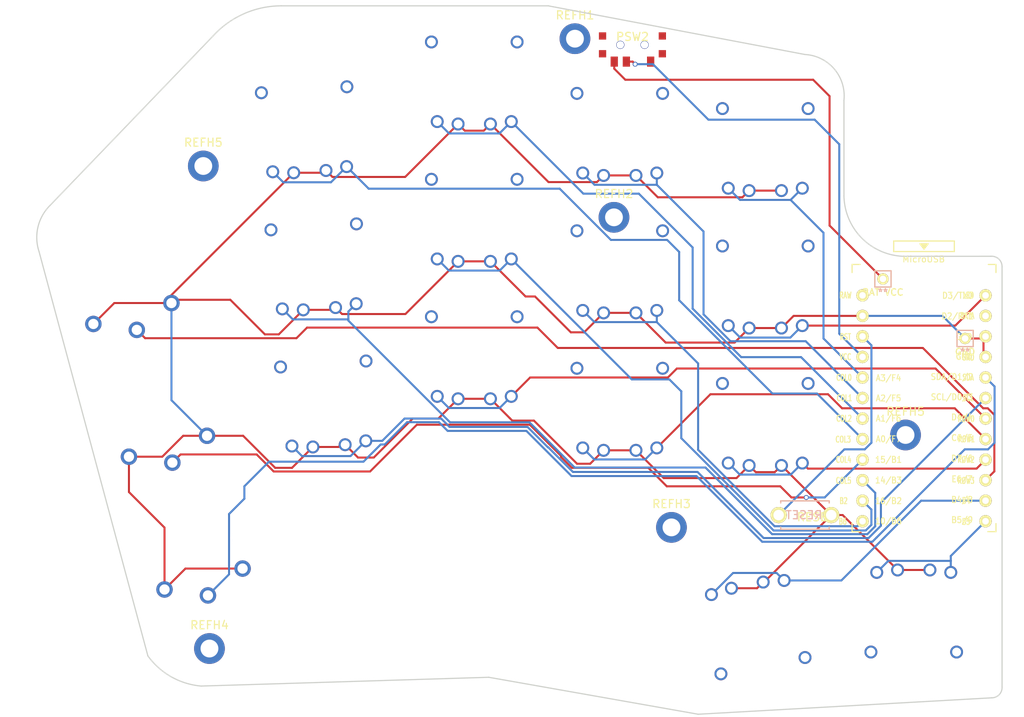
<source format=kicad_pcb>
(kicad_pcb (version 20171130) (host pcbnew 5.1.9)

  (general
    (thickness 1.6)
    (drawings 17)
    (tracks 296)
    (zones 0)
    (modules 28)
    (nets 23)
  )

  (page A4)
  (title_block
    (title "hypergolic")
    (date 2020-12-26)
    (rev 0.1)
    (company broomlabs)
  )

  (layers
    (0 F.Cu signal)
    (31 B.Cu signal)
    (32 B.Adhes user)
    (33 F.Adhes user)
    (34 B.Paste user hide)
    (35 F.Paste user)
    (36 B.SilkS user hide)
    (37 F.SilkS user)
    (38 B.Mask user)
    (39 F.Mask user)
    (40 Dwgs.User user)
    (41 Cmts.User user)
    (42 Eco1.User user)
    (43 Eco2.User user hide)
    (44 Edge.Cuts user)
    (45 Margin user)
    (46 B.CrtYd user)
    (47 F.CrtYd user)
    (48 B.Fab user hide)
    (49 F.Fab user)
  )

  (setup
    (last_trace_width 0.25)
    (user_trace_width 0.5)
    (trace_clearance 0.2)
    (zone_clearance 0.508)
    (zone_45_only no)
    (trace_min 0.2)
    (via_size 0.6)
    (via_drill 0.4)
    (via_min_size 0.4)
    (via_min_drill 0.3)
    (uvia_size 0.3)
    (uvia_drill 0.1)
    (uvias_allowed no)
    (uvia_min_size 0.2)
    (uvia_min_drill 0.1)
    (edge_width 0.15)
    (segment_width 0.15)
    (pcb_text_width 0.3)
    (pcb_text_size 1.5 1.5)
    (mod_edge_width 0.15)
    (mod_text_size 1 1)
    (mod_text_width 0.15)
    (pad_size 1.397 1.397)
    (pad_drill 0.8128)
    (pad_to_mask_clearance 0.2)
    (aux_axis_origin 145.73 12.66)
    (visible_elements FFFFEFFF)
    (pcbplotparams
      (layerselection 0x010cc_ffffffff)
      (usegerberextensions true)
      (usegerberattributes false)
      (usegerberadvancedattributes false)
      (creategerberjobfile false)
      (excludeedgelayer true)
      (linewidth 0.150000)
      (plotframeref false)
      (viasonmask false)
      (mode 1)
      (useauxorigin false)
      (hpglpennumber 1)
      (hpglpenspeed 20)
      (hpglpendiameter 15.000000)
      (psnegative false)
      (psa4output false)
      (plotreference true)
      (plotvalue true)
      (plotinvisibletext false)
      (padsonsilk false)
      (subtractmaskfromsilk false)
      (outputformat 1)
      (mirror false)
      (drillshape 0)
      (scaleselection 1)
      (outputdirectory "gerber/"))
  )

  (net 0 "")
  (net 1 row0)
  (net 2 row1)
  (net 3 row2)
  (net 4 row3)
  (net 5 "Net-(D20-Pad2)")
  (net 6 GND)
  (net 7 VCC)
  (net 8 col1)
  (net 9 col2)
  (net 10 col3)
  (net 11 col4)
  (net 12 col5)
  (net 13 LED)
  (net 14 data)
  (net 15 reset)
  (net 16 SCL)
  (net 17 SDA)
  (net 18 "Net-(U1-Pad14)")
  (net 19 "Net-(U1-Pad13)")
  (net 20 "Net-(U1-Pad12)")
  (net 21 "Net-(U1-Pad11)")
  (net 22 "Net-(U1-Pad24)")

  (net_class Default "これは標準のネット クラスです。"
    (clearance 0.2)
    (trace_width 0.25)
    (via_dia 0.6)
    (via_drill 0.4)
    (uvia_dia 0.3)
    (uvia_drill 0.1)
    (add_net GND)
    (add_net LED)
    (add_net "Net-(D20-Pad2)")
    (add_net "Net-(U1-Pad11)")
    (add_net "Net-(U1-Pad12)")
    (add_net "Net-(U1-Pad13)")
    (add_net "Net-(U1-Pad14)")
    (add_net "Net-(U1-Pad24)")
    (add_net SCL)
    (add_net SDA)
    (add_net VCC)
    (add_net col1)
    (add_net col2)
    (add_net col3)
    (add_net col4)
    (add_net col5)
    (add_net data)
    (add_net reset)
    (add_net row0)
    (add_net row1)
    (add_net row2)
    (add_net row3)
  )

  (module MountingHole:MountingHole_2.2mm_M2_DIN965_Pad (layer F.Cu) (tedit 56D1B4CB) (tstamp 5FF04E53)
    (at 133.35 66.548)
    (descr "Mounting Hole 2.2mm, M2, DIN965")
    (tags "mounting hole 2.2mm m2 din965")
    (attr virtual)
    (fp_text reference REFH5 (at 0 -2.9) (layer F.SilkS)
      (effects (font (size 1 1) (thickness 0.15)))
    )
    (fp_text value MountingHole_2.2mm_M2_DIN965_Pad (at 0 2.9) (layer F.Fab)
      (effects (font (size 1 1) (thickness 0.15)))
    )
    (fp_text user %R (at 0.3 0) (layer F.Fab)
      (effects (font (size 1 1) (thickness 0.15)))
    )
    (fp_circle (center 0 0) (end 2.15 0) (layer F.CrtYd) (width 0.05))
    (fp_circle (center 0 0) (end 1.9 0) (layer Cmts.User) (width 0.15))
    (pad 1 thru_hole circle (at 0 0) (size 3.8 3.8) (drill 2.2) (layers *.Cu *.Mask))
  )

  (module Kailh:SW_PG1350_reversible_b2 (layer F.Cu) (tedit 5F198877) (tstamp 5C2387B2)
    (at 45.5305 80.6957 15)
    (descr "Kailh \"Choc\" PG1350 keyswitch, able to be mounted on front or back of PCB")
    (tags kailh,choc)
    (path /5A5E35B1)
    (fp_text reference SW14 (at 4.6 6 195) (layer Dwgs.User) hide
      (effects (font (size 1 1) (thickness 0.15)))
    )
    (fp_text value SW_PUSH (at -0.5 5.999999 195) (layer Dwgs.User) hide
      (effects (font (size 1 1) (thickness 0.15)))
    )
    (fp_line (start -9 8.5) (end 9 8.5) (layer Eco1.User) (width 0.12))
    (fp_line (start 9 8.5) (end 9 -8.5) (layer Eco1.User) (width 0.12))
    (fp_line (start -9 -8.5) (end 9 -8.5) (layer Eco1.User) (width 0.12))
    (fp_line (start -9 8.5) (end -9 -8.5) (layer Eco1.User) (width 0.12))
    (fp_line (start -7.5 7.5) (end -7.5 -7.5) (layer F.Fab) (width 0.15))
    (fp_line (start 7.5 -7.5) (end 7.5 7.5) (layer F.Fab) (width 0.15))
    (fp_line (start 7.5 7.5) (end -7.5 7.5) (layer F.Fab) (width 0.15))
    (fp_line (start -7.5 -7.5) (end 7.5 -7.5) (layer F.Fab) (width 0.15))
    (fp_line (start -7.5 7.5) (end -7.5 -7.5) (layer B.Fab) (width 0.15))
    (fp_line (start 7.5 7.5) (end -7.5 7.5) (layer B.Fab) (width 0.15))
    (fp_line (start 7.5 -7.5) (end 7.5 7.5) (layer B.Fab) (width 0.15))
    (fp_line (start -7.5 -7.5) (end 7.5 -7.5) (layer B.Fab) (width 0.15))
    (fp_line (start -6.9 6.9) (end -6.9 -6.9) (layer Eco2.User) (width 0.15))
    (fp_line (start 6.9 -6.9) (end 6.9 6.9) (layer Eco2.User) (width 0.15))
    (fp_line (start 6.9 -6.9) (end -6.9 -6.9) (layer Eco2.User) (width 0.15))
    (fp_line (start -6.9 6.9) (end 6.9 6.9) (layer Eco2.User) (width 0.15))
    (fp_line (start -2.6 -3.1) (end -2.6 -6.3) (layer Eco2.User) (width 0.15))
    (fp_line (start 2.6 -6.3) (end -2.6 -6.3) (layer Eco2.User) (width 0.15))
    (fp_line (start 2.6 -3.1) (end 2.6 -6.3) (layer Eco2.User) (width 0.15))
    (fp_line (start -2.6 -3.1) (end 2.6 -3.1) (layer Eco2.User) (width 0.15))
    (fp_text user "CPG1232 - 12.7x13.7 plate cutout" (at 0 -7.7 15) (layer Cmts.User)
      (effects (font (size 1 1) (thickness 0.15)))
    )
    (fp_text user %V (at 0 8.255 15) (layer B.Fab)
      (effects (font (size 1 1) (thickness 0.15)) (justify mirror))
    )
    (fp_text user %R (at 0 0 15) (layer F.Fab)
      (effects (font (size 1 1) (thickness 0.15)))
    )
    (fp_text user %R (at 0 0 195) (layer F.Fab)
      (effects (font (size 1 1) (thickness 0.15)))
    )
    (pad "" np_thru_hole circle (at -5.22 -4.2 15) (size 0.9906 0.9906) (drill 0.9906) (layers *.Cu *.Mask))
    (pad 2 thru_hole circle (at 5 3.8 15) (size 2.032 2.032) (drill 1.27) (layers *.Cu *.Mask)
      (net 6 GND))
    (pad "" np_thru_hole circle (at 0 0 15) (size 3.429 3.429) (drill 3.429) (layers *.Cu *.Mask))
    (pad 2 thru_hole circle (at -5 3.8 15) (size 2.032 2.032) (drill 1.27) (layers *.Cu *.Mask)
      (net 6 GND))
    (pad 1 thru_hole circle (at 0 5.9 15) (size 2.032 2.032) (drill 1.27) (layers *.Cu *.Mask)
      (net 17 SDA))
    (pad "" np_thru_hole circle (at 5.22 -4.2 15) (size 0.9906 0.9906) (drill 0.9906) (layers *.Cu *.Mask))
    (pad "" np_thru_hole circle (at 5.5 0 15) (size 1.7018 1.7018) (drill 1.7018) (layers *.Cu *.Mask))
    (pad "" np_thru_hole circle (at -5.5 0 15) (size 1.7018 1.7018) (drill 1.7018) (layers *.Cu *.Mask))
  )

  (module Kailh:SW_PG1350_reversible_b2 (layer F.Cu) (tedit 5F198877) (tstamp 5C23872E)
    (at 41.1293 64.2701 15)
    (descr "Kailh \"Choc\" PG1350 keyswitch, able to be mounted on front or back of PCB")
    (tags kailh,choc)
    (path /5A5E2D26)
    (fp_text reference SW8 (at 4.6 6 195) (layer Dwgs.User) hide
      (effects (font (size 1 1) (thickness 0.15)))
    )
    (fp_text value SW_PUSH (at -0.5 5.999999 195) (layer Dwgs.User) hide
      (effects (font (size 1 1) (thickness 0.15)))
    )
    (fp_line (start -9 8.5) (end 9 8.5) (layer Eco1.User) (width 0.12))
    (fp_line (start 9 8.5) (end 9 -8.5) (layer Eco1.User) (width 0.12))
    (fp_line (start -9 -8.5) (end 9 -8.5) (layer Eco1.User) (width 0.12))
    (fp_line (start -9 8.5) (end -9 -8.5) (layer Eco1.User) (width 0.12))
    (fp_line (start -7.5 7.5) (end -7.5 -7.5) (layer F.Fab) (width 0.15))
    (fp_line (start 7.5 -7.5) (end 7.5 7.5) (layer F.Fab) (width 0.15))
    (fp_line (start 7.5 7.5) (end -7.5 7.5) (layer F.Fab) (width 0.15))
    (fp_line (start -7.5 -7.5) (end 7.5 -7.5) (layer F.Fab) (width 0.15))
    (fp_line (start -7.5 7.5) (end -7.5 -7.5) (layer B.Fab) (width 0.15))
    (fp_line (start 7.5 7.5) (end -7.5 7.5) (layer B.Fab) (width 0.15))
    (fp_line (start 7.5 -7.5) (end 7.5 7.5) (layer B.Fab) (width 0.15))
    (fp_line (start -7.5 -7.5) (end 7.5 -7.5) (layer B.Fab) (width 0.15))
    (fp_line (start -6.9 6.9) (end -6.9 -6.9) (layer Eco2.User) (width 0.15))
    (fp_line (start 6.9 -6.9) (end 6.9 6.9) (layer Eco2.User) (width 0.15))
    (fp_line (start 6.9 -6.9) (end -6.9 -6.9) (layer Eco2.User) (width 0.15))
    (fp_line (start -6.9 6.9) (end 6.9 6.9) (layer Eco2.User) (width 0.15))
    (fp_line (start -2.6 -3.1) (end -2.6 -6.3) (layer Eco2.User) (width 0.15))
    (fp_line (start 2.6 -6.3) (end -2.6 -6.3) (layer Eco2.User) (width 0.15))
    (fp_line (start 2.6 -3.1) (end 2.6 -6.3) (layer Eco2.User) (width 0.15))
    (fp_line (start -2.6 -3.1) (end 2.6 -3.1) (layer Eco2.User) (width 0.15))
    (fp_text user "CPG1232 - 12.7x13.7 plate cutout" (at 0 -7.7 15) (layer Cmts.User)
      (effects (font (size 1 1) (thickness 0.15)))
    )
    (fp_text user %V (at 0 8.255 15) (layer B.Fab)
      (effects (font (size 1 1) (thickness 0.15)) (justify mirror))
    )
    (fp_text user %R (at 0 0 15) (layer F.Fab)
      (effects (font (size 1 1) (thickness 0.15)))
    )
    (fp_text user %R (at 0 0 195) (layer F.Fab)
      (effects (font (size 1 1) (thickness 0.15)))
    )
    (pad "" np_thru_hole circle (at -5.22 -4.2 15) (size 0.9906 0.9906) (drill 0.9906) (layers *.Cu *.Mask))
    (pad 2 thru_hole circle (at 5 3.8 15) (size 2.032 2.032) (drill 1.27) (layers *.Cu *.Mask)
      (net 6 GND))
    (pad "" np_thru_hole circle (at 0 0 15) (size 3.429 3.429) (drill 3.429) (layers *.Cu *.Mask))
    (pad 2 thru_hole circle (at -5 3.8 15) (size 2.032 2.032) (drill 1.27) (layers *.Cu *.Mask)
      (net 6 GND))
    (pad 1 thru_hole circle (at 0 5.9 15) (size 2.032 2.032) (drill 1.27) (layers *.Cu *.Mask)
      (net 11 col4))
    (pad "" np_thru_hole circle (at 5.22 -4.2 15) (size 0.9906 0.9906) (drill 0.9906) (layers *.Cu *.Mask))
    (pad "" np_thru_hole circle (at 5.5 0 15) (size 1.7018 1.7018) (drill 1.7018) (layers *.Cu *.Mask))
    (pad "" np_thru_hole circle (at -5.5 0 15) (size 1.7018 1.7018) (drill 1.7018) (layers *.Cu *.Mask))
  )

  (module Kailh:SW_PG1350_reversible_b2 (layer F.Cu) (tedit 5F198877) (tstamp 5C2386AA)
    (at 36.7294 47.8494 15)
    (descr "Kailh \"Choc\" PG1350 keyswitch, able to be mounted on front or back of PCB")
    (tags kailh,choc)
    (path /5A5E2699)
    (fp_text reference SW2 (at 4.6 6 195) (layer Dwgs.User) hide
      (effects (font (size 1 1) (thickness 0.15)))
    )
    (fp_text value SW_PUSH (at -0.5 5.999999 195) (layer Dwgs.User) hide
      (effects (font (size 1 1) (thickness 0.15)))
    )
    (fp_line (start -9 8.5) (end 9 8.5) (layer Eco1.User) (width 0.12))
    (fp_line (start 9 8.5) (end 9 -8.5) (layer Eco1.User) (width 0.12))
    (fp_line (start -9 -8.5) (end 9 -8.5) (layer Eco1.User) (width 0.12))
    (fp_line (start -9 8.5) (end -9 -8.5) (layer Eco1.User) (width 0.12))
    (fp_line (start -7.5 7.5) (end -7.5 -7.5) (layer F.Fab) (width 0.15))
    (fp_line (start 7.5 -7.5) (end 7.5 7.5) (layer F.Fab) (width 0.15))
    (fp_line (start 7.5 7.5) (end -7.5 7.5) (layer F.Fab) (width 0.15))
    (fp_line (start -7.5 -7.5) (end 7.5 -7.5) (layer F.Fab) (width 0.15))
    (fp_line (start -7.5 7.5) (end -7.5 -7.5) (layer B.Fab) (width 0.15))
    (fp_line (start 7.5 7.5) (end -7.5 7.5) (layer B.Fab) (width 0.15))
    (fp_line (start 7.5 -7.5) (end 7.5 7.5) (layer B.Fab) (width 0.15))
    (fp_line (start -7.5 -7.5) (end 7.5 -7.5) (layer B.Fab) (width 0.15))
    (fp_line (start -6.9 6.9) (end -6.9 -6.9) (layer Eco2.User) (width 0.15))
    (fp_line (start 6.9 -6.9) (end 6.9 6.9) (layer Eco2.User) (width 0.15))
    (fp_line (start 6.9 -6.9) (end -6.9 -6.9) (layer Eco2.User) (width 0.15))
    (fp_line (start -6.9 6.9) (end 6.9 6.9) (layer Eco2.User) (width 0.15))
    (fp_line (start -2.6 -3.1) (end -2.6 -6.3) (layer Eco2.User) (width 0.15))
    (fp_line (start 2.6 -6.3) (end -2.6 -6.3) (layer Eco2.User) (width 0.15))
    (fp_line (start 2.6 -3.1) (end 2.6 -6.3) (layer Eco2.User) (width 0.15))
    (fp_line (start -2.6 -3.1) (end 2.6 -3.1) (layer Eco2.User) (width 0.15))
    (fp_text user "CPG1232 - 12.7x13.7 plate cutout" (at 0 -7.7 15) (layer Cmts.User)
      (effects (font (size 1 1) (thickness 0.15)))
    )
    (fp_text user %V (at 0 8.255 15) (layer B.Fab)
      (effects (font (size 1 1) (thickness 0.15)) (justify mirror))
    )
    (fp_text user %R (at 0 0 15) (layer F.Fab)
      (effects (font (size 1 1) (thickness 0.15)))
    )
    (fp_text user %R (at 0 0 195) (layer F.Fab)
      (effects (font (size 1 1) (thickness 0.15)))
    )
    (pad "" np_thru_hole circle (at -5.22 -4.2 15) (size 0.9906 0.9906) (drill 0.9906) (layers *.Cu *.Mask))
    (pad 2 thru_hole circle (at 5 3.8 15) (size 2.032 2.032) (drill 1.27) (layers *.Cu *.Mask)
      (net 6 GND))
    (pad "" np_thru_hole circle (at 0 0 15) (size 3.429 3.429) (drill 3.429) (layers *.Cu *.Mask))
    (pad 2 thru_hole circle (at -5 3.8 15) (size 2.032 2.032) (drill 1.27) (layers *.Cu *.Mask)
      (net 6 GND))
    (pad 1 thru_hole circle (at 0 5.9 15) (size 2.032 2.032) (drill 1.27) (layers *.Cu *.Mask)
      (net 4 row3))
    (pad "" np_thru_hole circle (at 5.22 -4.2 15) (size 0.9906 0.9906) (drill 0.9906) (layers *.Cu *.Mask))
    (pad "" np_thru_hole circle (at 5.5 0 15) (size 1.7018 1.7018) (drill 1.7018) (layers *.Cu *.Mask))
    (pad "" np_thru_hole circle (at -5.5 0 15) (size 1.7018 1.7018) (drill 1.7018) (layers *.Cu *.Mask))
  )

  (module Kailh:Kailh_PG1232 (layer F.Cu) (tedit 5E1ADAC2) (tstamp 5C2386EC)
    (at 98 29.04)
    (path /5A5E2933)
    (fp_text reference SW5 (at 4.6 6 180) (layer Dwgs.User) hide
      (effects (font (size 1 1) (thickness 0.15)))
    )
    (fp_text value SW_PUSH (at -0.5 6 180) (layer Dwgs.User) hide
      (effects (font (size 1 1) (thickness 0.15)))
    )
    (fp_line (start 9 -8.5) (end -9 -8.5) (layer Dwgs.User) (width 0.12))
    (fp_line (start 9 8.5) (end 9 -8.5) (layer Dwgs.User) (width 0.12))
    (fp_line (start -9 8.5) (end 9 8.5) (layer Dwgs.User) (width 0.12))
    (fp_line (start -9 -8.5) (end -9 8.5) (layer Dwgs.User) (width 0.12))
    (fp_line (start 2.25 2.95) (end 5.95 2.95) (layer Dwgs.User) (width 0.12))
    (fp_line (start -2.25 2.95) (end -5.95 2.95) (layer Dwgs.User) (width 0.12))
    (fp_line (start 2.25 4) (end 2.25 2.95) (layer Dwgs.User) (width 0.12))
    (fp_line (start -2.25 4) (end 2.25 4) (layer Dwgs.User) (width 0.12))
    (fp_line (start -2.25 2.95) (end -2.25 4) (layer Dwgs.User) (width 0.12))
    (fp_line (start -6.75 6.25) (end -6.75 -6.25) (layer Dwgs.User) (width 0.12))
    (fp_line (start 6.75 6.25) (end -6.75 6.25) (layer Dwgs.User) (width 0.12))
    (fp_line (start 6.75 -6.25) (end 6.75 6.25) (layer Dwgs.User) (width 0.12))
    (fp_line (start -6.75 -6.25) (end 6.75 -6.25) (layer Dwgs.User) (width 0.12))
    (fp_line (start -5.95 2.95) (end -5.95 -2.95) (layer Dwgs.User) (width 0.12))
    (fp_line (start 5.95 -2.95) (end 5.95 2.95) (layer Dwgs.User) (width 0.12))
    (fp_line (start -5.95 -2.95) (end 5.95 -2.95) (layer Dwgs.User) (width 0.12))
    (fp_text user %V (at 0 8.255) (layer B.Fab)
      (effects (font (size 1 1) (thickness 0.15)) (justify mirror))
    )
    (fp_text user %R (at 0 0) (layer F.Fab)
      (effects (font (size 1 1) (thickness 0.15)))
    )
    (fp_text user "CPG1232 - 12.7x13.7 plate cutout" (at 0 -7.7) (layer Cmts.User)
      (effects (font (size 1 1) (thickness 0.15)))
    )
    (pad "" np_thru_hole oval (at 0 3.5) (size 4.7 1) (drill oval 4.7 1) (layers *.Cu *.Mask))
    (pad "" np_thru_hole oval (at -2.2 3.5 90) (size 1.2 0.3) (drill oval 1.2 0.3) (layers *.Cu *.Mask))
    (pad "" np_thru_hole oval (at 2.2 3.5 90) (size 1.2 0.3) (drill oval 1.2 0.3) (layers *.Cu *.Mask))
    (pad "" np_thru_hole oval (at 0 3.95) (size 4.7 0.3) (drill oval 4.7 0.3) (layers *.Cu *.Mask))
    (pad "" np_thru_hole oval (at 5.36 0) (size 1 5.9) (drill oval 1 5.9) (layers *.Cu *.Mask))
    (pad "" np_thru_hole oval (at 4.59 0) (size 1 5.9) (drill oval 1 5.9) (layers *.Cu *.Mask))
    (pad "" np_thru_hole oval (at 4.2 0) (size 1 5.9) (drill oval 1 5.9) (layers *.Cu *.Mask))
    (pad "" np_thru_hole oval (at -4.2 0) (size 1 5.9) (drill oval 1 5.9) (layers *.Cu *.Mask))
    (pad "" np_thru_hole oval (at -4.59 0) (size 1 5.9) (drill oval 1 5.9) (layers *.Cu *.Mask))
    (pad "" np_thru_hole oval (at -5.9 0 90) (size 6.1 0.3) (drill oval 6.1 0.3) (layers *.Cu *.Mask))
    (pad "" np_thru_hole oval (at 5.9 0 90) (size 6.1 0.3) (drill oval 6.1 0.3) (layers *.Cu *.Mask))
    (pad "" np_thru_hole oval (at 0 2.9) (size 12.1 0.3) (drill oval 12.1 0.3) (layers *.Cu *.Mask))
    (pad "" np_thru_hole oval (at 0 -2.9) (size 12.1 0.3) (drill oval 12.1 0.3) (layers *.Cu *.Mask))
    (pad "" np_thru_hole oval (at -5.36 0) (size 1 5.9) (drill oval 1 5.9) (layers *.Cu *.Mask))
    (pad "" np_thru_hole oval (at 0 0) (size 11.85 5.9) (drill oval 11.85 5.9) (layers *.Cu *.Mask))
    (pad 1 thru_hole circle (at 4.58 5.1) (size 1.6 1.6) (drill 1.1) (layers *.Cu *.Mask)
      (net 8 col1) (clearance 0.2))
    (pad 2 thru_hole circle (at -2 5.4) (size 1.6 1.6) (drill 1.1) (layers *.Cu *.Mask)
      (net 6 GND) (clearance 0.2))
    (pad 1 thru_hole circle (at -4.58 5.1) (size 1.6 1.6) (drill 1.1) (layers *.Cu *.Mask)
      (net 8 col1) (clearance 0.2))
    (pad 2 thru_hole circle (at 2 5.4) (size 1.6 1.6) (drill 1.1) (layers *.Cu *.Mask)
      (net 6 GND) (clearance 0.2))
    (pad 3 thru_hole circle (at 5.3 -4.75) (size 1.6 1.6) (drill 1.1) (layers *.Cu *.Mask)
      (clearance 0.2))
    (pad 4 thru_hole circle (at -5.3 -4.75) (size 1.6 1.6) (drill 1.1) (layers *.Cu *.Mask)
      (clearance 0.2))
  )

  (module Kailh:Kailh_PG1232 (layer F.Cu) (tedit 5E1ADAC2) (tstamp 5C2386C0)
    (at 59.2853 28.5816 4)
    (path /5A5E27F9)
    (fp_text reference SW3 (at 4.599999 6 184) (layer Dwgs.User) hide
      (effects (font (size 1 1) (thickness 0.15)))
    )
    (fp_text value SW_PUSH (at -0.5 6 184) (layer Dwgs.User) hide
      (effects (font (size 1 1) (thickness 0.15)))
    )
    (fp_line (start 9 -8.5) (end -9 -8.5) (layer Dwgs.User) (width 0.12))
    (fp_line (start 9 8.5) (end 9 -8.5) (layer Dwgs.User) (width 0.12))
    (fp_line (start -9 8.5) (end 9 8.5) (layer Dwgs.User) (width 0.12))
    (fp_line (start -9 -8.5) (end -9 8.5) (layer Dwgs.User) (width 0.12))
    (fp_line (start 2.25 2.95) (end 5.95 2.95) (layer Dwgs.User) (width 0.12))
    (fp_line (start -2.25 2.95) (end -5.95 2.95) (layer Dwgs.User) (width 0.12))
    (fp_line (start 2.25 4) (end 2.25 2.95) (layer Dwgs.User) (width 0.12))
    (fp_line (start -2.25 4) (end 2.25 4) (layer Dwgs.User) (width 0.12))
    (fp_line (start -2.25 2.95) (end -2.25 4) (layer Dwgs.User) (width 0.12))
    (fp_line (start -6.75 6.25) (end -6.75 -6.25) (layer Dwgs.User) (width 0.12))
    (fp_line (start 6.75 6.25) (end -6.75 6.25) (layer Dwgs.User) (width 0.12))
    (fp_line (start 6.75 -6.25) (end 6.75 6.25) (layer Dwgs.User) (width 0.12))
    (fp_line (start -6.75 -6.25) (end 6.75 -6.25) (layer Dwgs.User) (width 0.12))
    (fp_line (start -5.95 2.95) (end -5.95 -2.95) (layer Dwgs.User) (width 0.12))
    (fp_line (start 5.95 -2.95) (end 5.95 2.95) (layer Dwgs.User) (width 0.12))
    (fp_line (start -5.95 -2.95) (end 5.95 -2.95) (layer Dwgs.User) (width 0.12))
    (fp_text user %V (at 0 8.255 4) (layer B.Fab)
      (effects (font (size 1 1) (thickness 0.15)) (justify mirror))
    )
    (fp_text user %R (at 0 0 4) (layer F.Fab)
      (effects (font (size 1 1) (thickness 0.15)))
    )
    (fp_text user "CPG1232 - 12.7x13.7 plate cutout" (at 0 -7.7 4) (layer Cmts.User)
      (effects (font (size 1 1) (thickness 0.15)))
    )
    (pad "" np_thru_hole oval (at 0 3.5 4) (size 4.7 1) (drill oval 4.7 1) (layers *.Cu *.Mask))
    (pad "" np_thru_hole oval (at -2.2 3.5 94) (size 1.2 0.3) (drill oval 1.2 0.3) (layers *.Cu *.Mask))
    (pad "" np_thru_hole oval (at 2.2 3.5 94) (size 1.2 0.3) (drill oval 1.2 0.3) (layers *.Cu *.Mask))
    (pad "" np_thru_hole oval (at 0 3.95 4) (size 4.7 0.3) (drill oval 4.7 0.3) (layers *.Cu *.Mask))
    (pad "" np_thru_hole oval (at 5.36 0 4) (size 1 5.9) (drill oval 1 5.9) (layers *.Cu *.Mask))
    (pad "" np_thru_hole oval (at 4.59 0 4) (size 1 5.9) (drill oval 1 5.9) (layers *.Cu *.Mask))
    (pad "" np_thru_hole oval (at 4.2 0 4) (size 1 5.9) (drill oval 1 5.9) (layers *.Cu *.Mask))
    (pad "" np_thru_hole oval (at -4.2 0 4) (size 1 5.9) (drill oval 1 5.9) (layers *.Cu *.Mask))
    (pad "" np_thru_hole oval (at -4.59 0 4) (size 1 5.9) (drill oval 1 5.9) (layers *.Cu *.Mask))
    (pad "" np_thru_hole oval (at -5.9 0 94) (size 6.1 0.3) (drill oval 6.1 0.3) (layers *.Cu *.Mask))
    (pad "" np_thru_hole oval (at 5.9 0 94) (size 6.1 0.3) (drill oval 6.1 0.3) (layers *.Cu *.Mask))
    (pad "" np_thru_hole oval (at 0 2.9 4) (size 12.1 0.3) (drill oval 12.1 0.3) (layers *.Cu *.Mask))
    (pad "" np_thru_hole oval (at 0 -2.9 4) (size 12.1 0.3) (drill oval 12.1 0.3) (layers *.Cu *.Mask))
    (pad "" np_thru_hole oval (at -5.36 0 4) (size 1 5.9) (drill oval 1 5.9) (layers *.Cu *.Mask))
    (pad "" np_thru_hole oval (at 0 0 4) (size 11.85 5.9) (drill oval 11.85 5.9) (layers *.Cu *.Mask))
    (pad 1 thru_hole circle (at 4.58 5.1 4) (size 1.6 1.6) (drill 1.1) (layers *.Cu *.Mask)
      (net 10 col3) (clearance 0.2))
    (pad 2 thru_hole circle (at -2 5.4 4) (size 1.6 1.6) (drill 1.1) (layers *.Cu *.Mask)
      (net 6 GND) (clearance 0.2))
    (pad 1 thru_hole circle (at -4.58 5.1 4) (size 1.6 1.6) (drill 1.1) (layers *.Cu *.Mask)
      (net 10 col3) (clearance 0.2))
    (pad 2 thru_hole circle (at 2 5.4 4) (size 1.6 1.6) (drill 1.1) (layers *.Cu *.Mask)
      (net 6 GND) (clearance 0.2))
    (pad 3 thru_hole circle (at 5.3 -4.75 4) (size 1.6 1.6) (drill 1.1) (layers *.Cu *.Mask)
      (clearance 0.2))
    (pad 4 thru_hole circle (at -5.3 -4.75 4) (size 1.6 1.6) (drill 1.1) (layers *.Cu *.Mask)
      (clearance 0.2))
  )

  (module Kailh:Kailh_PG1232 (layer F.Cu) (tedit 5E1ADAC2) (tstamp 5C2386D6)
    (at 80 22.68)
    (path /5A5E2908)
    (fp_text reference SW4 (at 4.6 6 180) (layer Dwgs.User) hide
      (effects (font (size 1 1) (thickness 0.15)))
    )
    (fp_text value SW_PUSH (at 2.54 5.73 180) (layer Dwgs.User) hide
      (effects (font (size 1 1) (thickness 0.15)))
    )
    (fp_line (start 9 -8.5) (end -9 -8.5) (layer Dwgs.User) (width 0.12))
    (fp_line (start 9 8.5) (end 9 -8.5) (layer Dwgs.User) (width 0.12))
    (fp_line (start -9 8.5) (end 9 8.5) (layer Dwgs.User) (width 0.12))
    (fp_line (start -9 -8.5) (end -9 8.5) (layer Dwgs.User) (width 0.12))
    (fp_line (start 2.25 2.95) (end 5.95 2.95) (layer Dwgs.User) (width 0.12))
    (fp_line (start -2.25 2.95) (end -5.95 2.95) (layer Dwgs.User) (width 0.12))
    (fp_line (start 2.25 4) (end 2.25 2.95) (layer Dwgs.User) (width 0.12))
    (fp_line (start -2.25 4) (end 2.25 4) (layer Dwgs.User) (width 0.12))
    (fp_line (start -2.25 2.95) (end -2.25 4) (layer Dwgs.User) (width 0.12))
    (fp_line (start -6.75 6.25) (end -6.75 -6.25) (layer Dwgs.User) (width 0.12))
    (fp_line (start 6.75 6.25) (end -6.75 6.25) (layer Dwgs.User) (width 0.12))
    (fp_line (start 6.75 -6.25) (end 6.75 6.25) (layer Dwgs.User) (width 0.12))
    (fp_line (start -6.75 -6.25) (end 6.75 -6.25) (layer Dwgs.User) (width 0.12))
    (fp_line (start -5.95 2.95) (end -5.95 -2.95) (layer Dwgs.User) (width 0.12))
    (fp_line (start 5.95 -2.95) (end 5.95 2.95) (layer Dwgs.User) (width 0.12))
    (fp_line (start -5.95 -2.95) (end 5.95 -2.95) (layer Dwgs.User) (width 0.12))
    (fp_text user %V (at 0 8.255) (layer B.Fab)
      (effects (font (size 1 1) (thickness 0.15)) (justify mirror))
    )
    (fp_text user %R (at 0 0) (layer F.Fab)
      (effects (font (size 1 1) (thickness 0.15)))
    )
    (fp_text user "CPG1232 - 12.7x13.7 plate cutout" (at 0 -7.7) (layer Cmts.User)
      (effects (font (size 1 1) (thickness 0.15)))
    )
    (pad "" np_thru_hole oval (at 0 3.5) (size 4.7 1) (drill oval 4.7 1) (layers *.Cu *.Mask))
    (pad "" np_thru_hole oval (at -2.2 3.5 90) (size 1.2 0.3) (drill oval 1.2 0.3) (layers *.Cu *.Mask))
    (pad "" np_thru_hole oval (at 2.2 3.5 90) (size 1.2 0.3) (drill oval 1.2 0.3) (layers *.Cu *.Mask))
    (pad "" np_thru_hole oval (at 0 3.95) (size 4.7 0.3) (drill oval 4.7 0.3) (layers *.Cu *.Mask))
    (pad "" np_thru_hole oval (at 5.36 0) (size 1 5.9) (drill oval 1 5.9) (layers *.Cu *.Mask))
    (pad "" np_thru_hole oval (at 4.59 0) (size 1 5.9) (drill oval 1 5.9) (layers *.Cu *.Mask))
    (pad "" np_thru_hole oval (at 4.2 0) (size 1 5.9) (drill oval 1 5.9) (layers *.Cu *.Mask))
    (pad "" np_thru_hole oval (at -4.2 0) (size 1 5.9) (drill oval 1 5.9) (layers *.Cu *.Mask))
    (pad "" np_thru_hole oval (at -4.59 0) (size 1 5.9) (drill oval 1 5.9) (layers *.Cu *.Mask))
    (pad "" np_thru_hole oval (at -5.9 0 90) (size 6.1 0.3) (drill oval 6.1 0.3) (layers *.Cu *.Mask))
    (pad "" np_thru_hole oval (at 5.9 0 90) (size 6.1 0.3) (drill oval 6.1 0.3) (layers *.Cu *.Mask))
    (pad "" np_thru_hole oval (at 0 2.9) (size 12.1 0.3) (drill oval 12.1 0.3) (layers *.Cu *.Mask))
    (pad "" np_thru_hole oval (at 0 -2.9) (size 12.1 0.3) (drill oval 12.1 0.3) (layers *.Cu *.Mask))
    (pad "" np_thru_hole oval (at -5.36 0) (size 1 5.9) (drill oval 1 5.9) (layers *.Cu *.Mask))
    (pad "" np_thru_hole oval (at 0 0) (size 11.85 5.9) (drill oval 11.85 5.9) (layers *.Cu *.Mask))
    (pad 1 thru_hole circle (at 4.58 5.1) (size 1.6 1.6) (drill 1.1) (layers *.Cu *.Mask)
      (net 9 col2) (clearance 0.2))
    (pad 2 thru_hole circle (at -2 5.4) (size 1.6 1.6) (drill 1.1) (layers *.Cu *.Mask)
      (net 6 GND) (clearance 0.2))
    (pad 1 thru_hole circle (at -4.58 5.1) (size 1.6 1.6) (drill 1.1) (layers *.Cu *.Mask)
      (net 9 col2) (clearance 0.2))
    (pad 2 thru_hole circle (at 2 5.4) (size 1.6 1.6) (drill 1.1) (layers *.Cu *.Mask)
      (net 6 GND) (clearance 0.2))
    (pad 3 thru_hole circle (at 5.3 -4.75) (size 1.6 1.6) (drill 1.1) (layers *.Cu *.Mask)
      (clearance 0.2))
    (pad 4 thru_hole circle (at -5.3 -4.75) (size 1.6 1.6) (drill 1.1) (layers *.Cu *.Mask)
      (clearance 0.2))
  )

  (module Kailh:Kailh_PG1232 (layer F.Cu) (tedit 5E1ADAC2) (tstamp 5C238702)
    (at 116 30.92)
    (path /5A5E295E)
    (fp_text reference SW6 (at 4.6 6 180) (layer Dwgs.User) hide
      (effects (font (size 1 1) (thickness 0.15)))
    )
    (fp_text value SW_PUSH (at -0.5 6 180) (layer Dwgs.User) hide
      (effects (font (size 1 1) (thickness 0.15)))
    )
    (fp_line (start 9 -8.5) (end -9 -8.5) (layer Dwgs.User) (width 0.12))
    (fp_line (start 9 8.5) (end 9 -8.5) (layer Dwgs.User) (width 0.12))
    (fp_line (start -9 8.5) (end 9 8.5) (layer Dwgs.User) (width 0.12))
    (fp_line (start -9 -8.5) (end -9 8.5) (layer Dwgs.User) (width 0.12))
    (fp_line (start 2.25 2.95) (end 5.95 2.95) (layer Dwgs.User) (width 0.12))
    (fp_line (start -2.25 2.95) (end -5.95 2.95) (layer Dwgs.User) (width 0.12))
    (fp_line (start 2.25 4) (end 2.25 2.95) (layer Dwgs.User) (width 0.12))
    (fp_line (start -2.25 4) (end 2.25 4) (layer Dwgs.User) (width 0.12))
    (fp_line (start -2.25 2.95) (end -2.25 4) (layer Dwgs.User) (width 0.12))
    (fp_line (start -6.75 6.25) (end -6.75 -6.25) (layer Dwgs.User) (width 0.12))
    (fp_line (start 6.75 6.25) (end -6.75 6.25) (layer Dwgs.User) (width 0.12))
    (fp_line (start 6.75 -6.25) (end 6.75 6.25) (layer Dwgs.User) (width 0.12))
    (fp_line (start -6.75 -6.25) (end 6.75 -6.25) (layer Dwgs.User) (width 0.12))
    (fp_line (start -5.95 2.95) (end -5.95 -2.95) (layer Dwgs.User) (width 0.12))
    (fp_line (start 5.95 -2.95) (end 5.95 2.95) (layer Dwgs.User) (width 0.12))
    (fp_line (start -5.95 -2.95) (end 5.95 -2.95) (layer Dwgs.User) (width 0.12))
    (fp_text user %V (at 0 8.255) (layer B.Fab)
      (effects (font (size 1 1) (thickness 0.15)) (justify mirror))
    )
    (fp_text user %R (at 0 0) (layer F.Fab)
      (effects (font (size 1 1) (thickness 0.15)))
    )
    (fp_text user "CPG1232 - 12.7x13.7 plate cutout" (at 0 -7.7) (layer Cmts.User)
      (effects (font (size 1 1) (thickness 0.15)))
    )
    (pad "" np_thru_hole oval (at 0 3.5) (size 4.7 1) (drill oval 4.7 1) (layers *.Cu *.Mask))
    (pad "" np_thru_hole oval (at -2.2 3.5 90) (size 1.2 0.3) (drill oval 1.2 0.3) (layers *.Cu *.Mask))
    (pad "" np_thru_hole oval (at 2.2 3.5 90) (size 1.2 0.3) (drill oval 1.2 0.3) (layers *.Cu *.Mask))
    (pad "" np_thru_hole oval (at 0 3.95) (size 4.7 0.3) (drill oval 4.7 0.3) (layers *.Cu *.Mask))
    (pad "" np_thru_hole oval (at 5.36 0) (size 1 5.9) (drill oval 1 5.9) (layers *.Cu *.Mask))
    (pad "" np_thru_hole oval (at 4.59 0) (size 1 5.9) (drill oval 1 5.9) (layers *.Cu *.Mask))
    (pad "" np_thru_hole oval (at 4.2 0) (size 1 5.9) (drill oval 1 5.9) (layers *.Cu *.Mask))
    (pad "" np_thru_hole oval (at -4.2 0) (size 1 5.9) (drill oval 1 5.9) (layers *.Cu *.Mask))
    (pad "" np_thru_hole oval (at -4.59 0) (size 1 5.9) (drill oval 1 5.9) (layers *.Cu *.Mask))
    (pad "" np_thru_hole oval (at -5.9 0 90) (size 6.1 0.3) (drill oval 6.1 0.3) (layers *.Cu *.Mask))
    (pad "" np_thru_hole oval (at 5.9 0 90) (size 6.1 0.3) (drill oval 6.1 0.3) (layers *.Cu *.Mask))
    (pad "" np_thru_hole oval (at 0 2.9) (size 12.1 0.3) (drill oval 12.1 0.3) (layers *.Cu *.Mask))
    (pad "" np_thru_hole oval (at 0 -2.9) (size 12.1 0.3) (drill oval 12.1 0.3) (layers *.Cu *.Mask))
    (pad "" np_thru_hole oval (at -5.36 0) (size 1 5.9) (drill oval 1 5.9) (layers *.Cu *.Mask))
    (pad "" np_thru_hole oval (at 0 0) (size 11.85 5.9) (drill oval 11.85 5.9) (layers *.Cu *.Mask))
    (pad 1 thru_hole circle (at 4.58 5.1) (size 1.6 1.6) (drill 1.1) (layers *.Cu *.Mask)
      (net 5 "Net-(D20-Pad2)") (clearance 0.2))
    (pad 2 thru_hole circle (at -2 5.4) (size 1.6 1.6) (drill 1.1) (layers *.Cu *.Mask)
      (net 6 GND) (clearance 0.2))
    (pad 1 thru_hole circle (at -4.58 5.1) (size 1.6 1.6) (drill 1.1) (layers *.Cu *.Mask)
      (net 5 "Net-(D20-Pad2)") (clearance 0.2))
    (pad 2 thru_hole circle (at 2 5.4) (size 1.6 1.6) (drill 1.1) (layers *.Cu *.Mask)
      (net 6 GND) (clearance 0.2))
    (pad 3 thru_hole circle (at 5.3 -4.75) (size 1.6 1.6) (drill 1.1) (layers *.Cu *.Mask)
      (clearance 0.2))
    (pad 4 thru_hole circle (at -5.3 -4.75) (size 1.6 1.6) (drill 1.1) (layers *.Cu *.Mask)
      (clearance 0.2))
  )

  (module Kailh:Kailh_PG1232 (layer F.Cu) (tedit 5E1ADAC2) (tstamp 5C238744)
    (at 60.4711 45.5402 4)
    (path /5A5E2D32)
    (fp_text reference SW9 (at 4.599999 6 184) (layer Dwgs.User) hide
      (effects (font (size 1 1) (thickness 0.15)))
    )
    (fp_text value SW_PUSH (at -0.5 6 184) (layer Dwgs.User) hide
      (effects (font (size 1 1) (thickness 0.15)))
    )
    (fp_line (start 9 -8.5) (end -9 -8.5) (layer Dwgs.User) (width 0.12))
    (fp_line (start 9 8.5) (end 9 -8.5) (layer Dwgs.User) (width 0.12))
    (fp_line (start -9 8.5) (end 9 8.5) (layer Dwgs.User) (width 0.12))
    (fp_line (start -9 -8.5) (end -9 8.5) (layer Dwgs.User) (width 0.12))
    (fp_line (start 2.25 2.95) (end 5.95 2.95) (layer Dwgs.User) (width 0.12))
    (fp_line (start -2.25 2.95) (end -5.95 2.95) (layer Dwgs.User) (width 0.12))
    (fp_line (start 2.25 4) (end 2.25 2.95) (layer Dwgs.User) (width 0.12))
    (fp_line (start -2.25 4) (end 2.25 4) (layer Dwgs.User) (width 0.12))
    (fp_line (start -2.25 2.95) (end -2.25 4) (layer Dwgs.User) (width 0.12))
    (fp_line (start -6.75 6.25) (end -6.75 -6.25) (layer Dwgs.User) (width 0.12))
    (fp_line (start 6.75 6.25) (end -6.75 6.25) (layer Dwgs.User) (width 0.12))
    (fp_line (start 6.75 -6.25) (end 6.75 6.25) (layer Dwgs.User) (width 0.12))
    (fp_line (start -6.75 -6.25) (end 6.75 -6.25) (layer Dwgs.User) (width 0.12))
    (fp_line (start -5.95 2.95) (end -5.95 -2.95) (layer Dwgs.User) (width 0.12))
    (fp_line (start 5.95 -2.95) (end 5.95 2.95) (layer Dwgs.User) (width 0.12))
    (fp_line (start -5.95 -2.95) (end 5.95 -2.95) (layer Dwgs.User) (width 0.12))
    (fp_text user %V (at 0 8.255 4) (layer B.Fab)
      (effects (font (size 1 1) (thickness 0.15)) (justify mirror))
    )
    (fp_text user %R (at 0 0 4) (layer F.Fab)
      (effects (font (size 1 1) (thickness 0.15)))
    )
    (fp_text user "CPG1232 - 12.7x13.7 plate cutout" (at 0 -7.7 4) (layer Cmts.User)
      (effects (font (size 1 1) (thickness 0.15)))
    )
    (pad "" np_thru_hole oval (at 0 3.5 4) (size 4.7 1) (drill oval 4.7 1) (layers *.Cu *.Mask))
    (pad "" np_thru_hole oval (at -2.2 3.5 94) (size 1.2 0.3) (drill oval 1.2 0.3) (layers *.Cu *.Mask))
    (pad "" np_thru_hole oval (at 2.2 3.5 94) (size 1.2 0.3) (drill oval 1.2 0.3) (layers *.Cu *.Mask))
    (pad "" np_thru_hole oval (at 0 3.95 4) (size 4.7 0.3) (drill oval 4.7 0.3) (layers *.Cu *.Mask))
    (pad "" np_thru_hole oval (at 5.36 0 4) (size 1 5.9) (drill oval 1 5.9) (layers *.Cu *.Mask))
    (pad "" np_thru_hole oval (at 4.59 0 4) (size 1 5.9) (drill oval 1 5.9) (layers *.Cu *.Mask))
    (pad "" np_thru_hole oval (at 4.2 0 4) (size 1 5.9) (drill oval 1 5.9) (layers *.Cu *.Mask))
    (pad "" np_thru_hole oval (at -4.2 0 4) (size 1 5.9) (drill oval 1 5.9) (layers *.Cu *.Mask))
    (pad "" np_thru_hole oval (at -4.59 0 4) (size 1 5.9) (drill oval 1 5.9) (layers *.Cu *.Mask))
    (pad "" np_thru_hole oval (at -5.9 0 94) (size 6.1 0.3) (drill oval 6.1 0.3) (layers *.Cu *.Mask))
    (pad "" np_thru_hole oval (at 5.9 0 94) (size 6.1 0.3) (drill oval 6.1 0.3) (layers *.Cu *.Mask))
    (pad "" np_thru_hole oval (at 0 2.9 4) (size 12.1 0.3) (drill oval 12.1 0.3) (layers *.Cu *.Mask))
    (pad "" np_thru_hole oval (at 0 -2.9 4) (size 12.1 0.3) (drill oval 12.1 0.3) (layers *.Cu *.Mask))
    (pad "" np_thru_hole oval (at -5.36 0 4) (size 1 5.9) (drill oval 1 5.9) (layers *.Cu *.Mask))
    (pad "" np_thru_hole oval (at 0 0 4) (size 11.85 5.9) (drill oval 11.85 5.9) (layers *.Cu *.Mask))
    (pad 1 thru_hole circle (at 4.58 5.1 4) (size 1.6 1.6) (drill 1.1) (layers *.Cu *.Mask)
      (net 12 col5) (clearance 0.2))
    (pad 2 thru_hole circle (at -2 5.4 4) (size 1.6 1.6) (drill 1.1) (layers *.Cu *.Mask)
      (net 6 GND) (clearance 0.2))
    (pad 1 thru_hole circle (at -4.58 5.1 4) (size 1.6 1.6) (drill 1.1) (layers *.Cu *.Mask)
      (net 12 col5) (clearance 0.2))
    (pad 2 thru_hole circle (at 2 5.4 4) (size 1.6 1.6) (drill 1.1) (layers *.Cu *.Mask)
      (net 6 GND) (clearance 0.2))
    (pad 3 thru_hole circle (at 5.3 -4.75 4) (size 1.6 1.6) (drill 1.1) (layers *.Cu *.Mask)
      (clearance 0.2))
    (pad 4 thru_hole circle (at -5.3 -4.75 4) (size 1.6 1.6) (drill 1.1) (layers *.Cu *.Mask)
      (clearance 0.2))
  )

  (module Kailh:Kailh_PG1232 (layer F.Cu) (tedit 5E1ADAC2) (tstamp 5C23875A)
    (at 80 39.67)
    (path /5A5E2D3E)
    (fp_text reference SW10 (at 4.6 6 180) (layer Dwgs.User) hide
      (effects (font (size 1 1) (thickness 0.15)))
    )
    (fp_text value SW_PUSH (at -0.5 6 180) (layer Dwgs.User) hide
      (effects (font (size 1 1) (thickness 0.15)))
    )
    (fp_line (start 9 -8.5) (end -9 -8.5) (layer Dwgs.User) (width 0.12))
    (fp_line (start 9 8.5) (end 9 -8.5) (layer Dwgs.User) (width 0.12))
    (fp_line (start -9 8.5) (end 9 8.5) (layer Dwgs.User) (width 0.12))
    (fp_line (start -9 -8.5) (end -9 8.5) (layer Dwgs.User) (width 0.12))
    (fp_line (start 2.25 2.95) (end 5.95 2.95) (layer Dwgs.User) (width 0.12))
    (fp_line (start -2.25 2.95) (end -5.95 2.95) (layer Dwgs.User) (width 0.12))
    (fp_line (start 2.25 4) (end 2.25 2.95) (layer Dwgs.User) (width 0.12))
    (fp_line (start -2.25 4) (end 2.25 4) (layer Dwgs.User) (width 0.12))
    (fp_line (start -2.25 2.95) (end -2.25 4) (layer Dwgs.User) (width 0.12))
    (fp_line (start -6.75 6.25) (end -6.75 -6.25) (layer Dwgs.User) (width 0.12))
    (fp_line (start 6.75 6.25) (end -6.75 6.25) (layer Dwgs.User) (width 0.12))
    (fp_line (start 6.75 -6.25) (end 6.75 6.25) (layer Dwgs.User) (width 0.12))
    (fp_line (start -6.75 -6.25) (end 6.75 -6.25) (layer Dwgs.User) (width 0.12))
    (fp_line (start -5.95 2.95) (end -5.95 -2.95) (layer Dwgs.User) (width 0.12))
    (fp_line (start 5.95 -2.95) (end 5.95 2.95) (layer Dwgs.User) (width 0.12))
    (fp_line (start -5.95 -2.95) (end 5.95 -2.95) (layer Dwgs.User) (width 0.12))
    (fp_text user %V (at 0 8.255) (layer B.Fab)
      (effects (font (size 1 1) (thickness 0.15)) (justify mirror))
    )
    (fp_text user %R (at 0 0) (layer F.Fab)
      (effects (font (size 1 1) (thickness 0.15)))
    )
    (fp_text user "CPG1232 - 12.7x13.7 plate cutout" (at 0 -7.7) (layer Cmts.User)
      (effects (font (size 1 1) (thickness 0.15)))
    )
    (pad "" np_thru_hole oval (at 0 3.5) (size 4.7 1) (drill oval 4.7 1) (layers *.Cu *.Mask))
    (pad "" np_thru_hole oval (at -2.2 3.5 90) (size 1.2 0.3) (drill oval 1.2 0.3) (layers *.Cu *.Mask))
    (pad "" np_thru_hole oval (at 2.2 3.5 90) (size 1.2 0.3) (drill oval 1.2 0.3) (layers *.Cu *.Mask))
    (pad "" np_thru_hole oval (at 0 3.95) (size 4.7 0.3) (drill oval 4.7 0.3) (layers *.Cu *.Mask))
    (pad "" np_thru_hole oval (at 5.36 0) (size 1 5.9) (drill oval 1 5.9) (layers *.Cu *.Mask))
    (pad "" np_thru_hole oval (at 4.59 0) (size 1 5.9) (drill oval 1 5.9) (layers *.Cu *.Mask))
    (pad "" np_thru_hole oval (at 4.2 0) (size 1 5.9) (drill oval 1 5.9) (layers *.Cu *.Mask))
    (pad "" np_thru_hole oval (at -4.2 0) (size 1 5.9) (drill oval 1 5.9) (layers *.Cu *.Mask))
    (pad "" np_thru_hole oval (at -4.59 0) (size 1 5.9) (drill oval 1 5.9) (layers *.Cu *.Mask))
    (pad "" np_thru_hole oval (at -5.9 0 90) (size 6.1 0.3) (drill oval 6.1 0.3) (layers *.Cu *.Mask))
    (pad "" np_thru_hole oval (at 5.9 0 90) (size 6.1 0.3) (drill oval 6.1 0.3) (layers *.Cu *.Mask))
    (pad "" np_thru_hole oval (at 0 2.9) (size 12.1 0.3) (drill oval 12.1 0.3) (layers *.Cu *.Mask))
    (pad "" np_thru_hole oval (at 0 -2.9) (size 12.1 0.3) (drill oval 12.1 0.3) (layers *.Cu *.Mask))
    (pad "" np_thru_hole oval (at -5.36 0) (size 1 5.9) (drill oval 1 5.9) (layers *.Cu *.Mask))
    (pad "" np_thru_hole oval (at 0 0) (size 11.85 5.9) (drill oval 11.85 5.9) (layers *.Cu *.Mask))
    (pad 1 thru_hole circle (at 4.58 5.1) (size 1.6 1.6) (drill 1.1) (layers *.Cu *.Mask)
      (net 18 "Net-(U1-Pad14)") (clearance 0.2))
    (pad 2 thru_hole circle (at -2 5.4) (size 1.6 1.6) (drill 1.1) (layers *.Cu *.Mask)
      (net 6 GND) (clearance 0.2))
    (pad 1 thru_hole circle (at -4.58 5.1) (size 1.6 1.6) (drill 1.1) (layers *.Cu *.Mask)
      (net 18 "Net-(U1-Pad14)") (clearance 0.2))
    (pad 2 thru_hole circle (at 2 5.4) (size 1.6 1.6) (drill 1.1) (layers *.Cu *.Mask)
      (net 6 GND) (clearance 0.2))
    (pad 3 thru_hole circle (at 5.3 -4.75) (size 1.6 1.6) (drill 1.1) (layers *.Cu *.Mask)
      (clearance 0.2))
    (pad 4 thru_hole circle (at -5.3 -4.75) (size 1.6 1.6) (drill 1.1) (layers *.Cu *.Mask)
      (clearance 0.2))
  )

  (module Kailh:Kailh_PG1232 (layer F.Cu) (tedit 5E1ADAC2) (tstamp 5C238770)
    (at 98 46.04)
    (path /5A5E2D44)
    (fp_text reference SW11 (at 4.6 6 180) (layer Dwgs.User) hide
      (effects (font (size 1 1) (thickness 0.15)))
    )
    (fp_text value SW_PUSH (at -0.5 6 180) (layer Dwgs.User) hide
      (effects (font (size 1 1) (thickness 0.15)))
    )
    (fp_line (start 9 -8.5) (end -9 -8.5) (layer Dwgs.User) (width 0.12))
    (fp_line (start 9 8.5) (end 9 -8.5) (layer Dwgs.User) (width 0.12))
    (fp_line (start -9 8.5) (end 9 8.5) (layer Dwgs.User) (width 0.12))
    (fp_line (start -9 -8.5) (end -9 8.5) (layer Dwgs.User) (width 0.12))
    (fp_line (start 2.25 2.95) (end 5.95 2.95) (layer Dwgs.User) (width 0.12))
    (fp_line (start -2.25 2.95) (end -5.95 2.95) (layer Dwgs.User) (width 0.12))
    (fp_line (start 2.25 4) (end 2.25 2.95) (layer Dwgs.User) (width 0.12))
    (fp_line (start -2.25 4) (end 2.25 4) (layer Dwgs.User) (width 0.12))
    (fp_line (start -2.25 2.95) (end -2.25 4) (layer Dwgs.User) (width 0.12))
    (fp_line (start -6.75 6.25) (end -6.75 -6.25) (layer Dwgs.User) (width 0.12))
    (fp_line (start 6.75 6.25) (end -6.75 6.25) (layer Dwgs.User) (width 0.12))
    (fp_line (start 6.75 -6.25) (end 6.75 6.25) (layer Dwgs.User) (width 0.12))
    (fp_line (start -6.75 -6.25) (end 6.75 -6.25) (layer Dwgs.User) (width 0.12))
    (fp_line (start -5.95 2.95) (end -5.95 -2.95) (layer Dwgs.User) (width 0.12))
    (fp_line (start 5.95 -2.95) (end 5.95 2.95) (layer Dwgs.User) (width 0.12))
    (fp_line (start -5.95 -2.95) (end 5.95 -2.95) (layer Dwgs.User) (width 0.12))
    (fp_text user %V (at 0 8.255) (layer B.Fab)
      (effects (font (size 1 1) (thickness 0.15)) (justify mirror))
    )
    (fp_text user %R (at 0 0) (layer F.Fab)
      (effects (font (size 1 1) (thickness 0.15)))
    )
    (fp_text user "CPG1232 - 12.7x13.7 plate cutout" (at 0 -7.7) (layer Cmts.User)
      (effects (font (size 1 1) (thickness 0.15)))
    )
    (pad "" np_thru_hole oval (at 0 3.5) (size 4.7 1) (drill oval 4.7 1) (layers *.Cu *.Mask))
    (pad "" np_thru_hole oval (at -2.2 3.5 90) (size 1.2 0.3) (drill oval 1.2 0.3) (layers *.Cu *.Mask))
    (pad "" np_thru_hole oval (at 2.2 3.5 90) (size 1.2 0.3) (drill oval 1.2 0.3) (layers *.Cu *.Mask))
    (pad "" np_thru_hole oval (at 0 3.95) (size 4.7 0.3) (drill oval 4.7 0.3) (layers *.Cu *.Mask))
    (pad "" np_thru_hole oval (at 5.36 0) (size 1 5.9) (drill oval 1 5.9) (layers *.Cu *.Mask))
    (pad "" np_thru_hole oval (at 4.59 0) (size 1 5.9) (drill oval 1 5.9) (layers *.Cu *.Mask))
    (pad "" np_thru_hole oval (at 4.2 0) (size 1 5.9) (drill oval 1 5.9) (layers *.Cu *.Mask))
    (pad "" np_thru_hole oval (at -4.2 0) (size 1 5.9) (drill oval 1 5.9) (layers *.Cu *.Mask))
    (pad "" np_thru_hole oval (at -4.59 0) (size 1 5.9) (drill oval 1 5.9) (layers *.Cu *.Mask))
    (pad "" np_thru_hole oval (at -5.9 0 90) (size 6.1 0.3) (drill oval 6.1 0.3) (layers *.Cu *.Mask))
    (pad "" np_thru_hole oval (at 5.9 0 90) (size 6.1 0.3) (drill oval 6.1 0.3) (layers *.Cu *.Mask))
    (pad "" np_thru_hole oval (at 0 2.9) (size 12.1 0.3) (drill oval 12.1 0.3) (layers *.Cu *.Mask))
    (pad "" np_thru_hole oval (at 0 -2.9) (size 12.1 0.3) (drill oval 12.1 0.3) (layers *.Cu *.Mask))
    (pad "" np_thru_hole oval (at -5.36 0) (size 1 5.9) (drill oval 1 5.9) (layers *.Cu *.Mask))
    (pad "" np_thru_hole oval (at 0 0) (size 11.85 5.9) (drill oval 11.85 5.9) (layers *.Cu *.Mask))
    (pad 1 thru_hole circle (at 4.58 5.1) (size 1.6 1.6) (drill 1.1) (layers *.Cu *.Mask)
      (net 19 "Net-(U1-Pad13)") (clearance 0.2))
    (pad 2 thru_hole circle (at -2 5.4) (size 1.6 1.6) (drill 1.1) (layers *.Cu *.Mask)
      (net 6 GND) (clearance 0.2))
    (pad 1 thru_hole circle (at -4.58 5.1) (size 1.6 1.6) (drill 1.1) (layers *.Cu *.Mask)
      (net 19 "Net-(U1-Pad13)") (clearance 0.2))
    (pad 2 thru_hole circle (at 2 5.4) (size 1.6 1.6) (drill 1.1) (layers *.Cu *.Mask)
      (net 6 GND) (clearance 0.2))
    (pad 3 thru_hole circle (at 5.3 -4.75) (size 1.6 1.6) (drill 1.1) (layers *.Cu *.Mask)
      (clearance 0.2))
    (pad 4 thru_hole circle (at -5.3 -4.75) (size 1.6 1.6) (drill 1.1) (layers *.Cu *.Mask)
      (clearance 0.2))
  )

  (module Kailh:Kailh_PG1232 (layer F.Cu) (tedit 5E1ADAC2) (tstamp 5C238786)
    (at 116 47.92)
    (path /5A5E2D4A)
    (fp_text reference SW12 (at 4.6 6 180) (layer Dwgs.User) hide
      (effects (font (size 1 1) (thickness 0.15)))
    )
    (fp_text value SW_PUSH (at -0.5 6 180) (layer Dwgs.User) hide
      (effects (font (size 1 1) (thickness 0.15)))
    )
    (fp_line (start 9 -8.5) (end -9 -8.5) (layer Dwgs.User) (width 0.12))
    (fp_line (start 9 8.5) (end 9 -8.5) (layer Dwgs.User) (width 0.12))
    (fp_line (start -9 8.5) (end 9 8.5) (layer Dwgs.User) (width 0.12))
    (fp_line (start -9 -8.5) (end -9 8.5) (layer Dwgs.User) (width 0.12))
    (fp_line (start 2.25 2.95) (end 5.95 2.95) (layer Dwgs.User) (width 0.12))
    (fp_line (start -2.25 2.95) (end -5.95 2.95) (layer Dwgs.User) (width 0.12))
    (fp_line (start 2.25 4) (end 2.25 2.95) (layer Dwgs.User) (width 0.12))
    (fp_line (start -2.25 4) (end 2.25 4) (layer Dwgs.User) (width 0.12))
    (fp_line (start -2.25 2.95) (end -2.25 4) (layer Dwgs.User) (width 0.12))
    (fp_line (start -6.75 6.25) (end -6.75 -6.25) (layer Dwgs.User) (width 0.12))
    (fp_line (start 6.75 6.25) (end -6.75 6.25) (layer Dwgs.User) (width 0.12))
    (fp_line (start 6.75 -6.25) (end 6.75 6.25) (layer Dwgs.User) (width 0.12))
    (fp_line (start -6.75 -6.25) (end 6.75 -6.25) (layer Dwgs.User) (width 0.12))
    (fp_line (start -5.95 2.95) (end -5.95 -2.95) (layer Dwgs.User) (width 0.12))
    (fp_line (start 5.95 -2.95) (end 5.95 2.95) (layer Dwgs.User) (width 0.12))
    (fp_line (start -5.95 -2.95) (end 5.95 -2.95) (layer Dwgs.User) (width 0.12))
    (fp_text user %V (at 0 8.255) (layer B.Fab)
      (effects (font (size 1 1) (thickness 0.15)) (justify mirror))
    )
    (fp_text user %R (at 0 0) (layer F.Fab)
      (effects (font (size 1 1) (thickness 0.15)))
    )
    (fp_text user "CPG1232 - 12.7x13.7 plate cutout" (at 0 -7.7) (layer Cmts.User)
      (effects (font (size 1 1) (thickness 0.15)))
    )
    (pad "" np_thru_hole oval (at 0 3.5) (size 4.7 1) (drill oval 4.7 1) (layers *.Cu *.Mask))
    (pad "" np_thru_hole oval (at -2.2 3.5 90) (size 1.2 0.3) (drill oval 1.2 0.3) (layers *.Cu *.Mask))
    (pad "" np_thru_hole oval (at 2.2 3.5 90) (size 1.2 0.3) (drill oval 1.2 0.3) (layers *.Cu *.Mask))
    (pad "" np_thru_hole oval (at 0 3.95) (size 4.7 0.3) (drill oval 4.7 0.3) (layers *.Cu *.Mask))
    (pad "" np_thru_hole oval (at 5.36 0) (size 1 5.9) (drill oval 1 5.9) (layers *.Cu *.Mask))
    (pad "" np_thru_hole oval (at 4.59 0) (size 1 5.9) (drill oval 1 5.9) (layers *.Cu *.Mask))
    (pad "" np_thru_hole oval (at 4.2 0) (size 1 5.9) (drill oval 1 5.9) (layers *.Cu *.Mask))
    (pad "" np_thru_hole oval (at -4.2 0) (size 1 5.9) (drill oval 1 5.9) (layers *.Cu *.Mask))
    (pad "" np_thru_hole oval (at -4.59 0) (size 1 5.9) (drill oval 1 5.9) (layers *.Cu *.Mask))
    (pad "" np_thru_hole oval (at -5.9 0 90) (size 6.1 0.3) (drill oval 6.1 0.3) (layers *.Cu *.Mask))
    (pad "" np_thru_hole oval (at 5.9 0 90) (size 6.1 0.3) (drill oval 6.1 0.3) (layers *.Cu *.Mask))
    (pad "" np_thru_hole oval (at 0 2.9) (size 12.1 0.3) (drill oval 12.1 0.3) (layers *.Cu *.Mask))
    (pad "" np_thru_hole oval (at 0 -2.9) (size 12.1 0.3) (drill oval 12.1 0.3) (layers *.Cu *.Mask))
    (pad "" np_thru_hole oval (at -5.36 0) (size 1 5.9) (drill oval 1 5.9) (layers *.Cu *.Mask))
    (pad "" np_thru_hole oval (at 0 0) (size 11.85 5.9) (drill oval 11.85 5.9) (layers *.Cu *.Mask))
    (pad 1 thru_hole circle (at 4.58 5.1) (size 1.6 1.6) (drill 1.1) (layers *.Cu *.Mask)
      (net 13 LED) (clearance 0.2))
    (pad 2 thru_hole circle (at -2 5.4) (size 1.6 1.6) (drill 1.1) (layers *.Cu *.Mask)
      (net 6 GND) (clearance 0.2))
    (pad 1 thru_hole circle (at -4.58 5.1) (size 1.6 1.6) (drill 1.1) (layers *.Cu *.Mask)
      (net 13 LED) (clearance 0.2))
    (pad 2 thru_hole circle (at 2 5.4) (size 1.6 1.6) (drill 1.1) (layers *.Cu *.Mask)
      (net 6 GND) (clearance 0.2))
    (pad 3 thru_hole circle (at 5.3 -4.75) (size 1.6 1.6) (drill 1.1) (layers *.Cu *.Mask)
      (clearance 0.2))
    (pad 4 thru_hole circle (at -5.3 -4.75) (size 1.6 1.6) (drill 1.1) (layers *.Cu *.Mask)
      (clearance 0.2))
  )

  (module Kailh:Kailh_PG1232 (layer F.Cu) (tedit 5E1ADAC2) (tstamp 5C2387C8)
    (at 61.6573 62.5037 4)
    (path /5A5E35BD)
    (fp_text reference SW15 (at 4.599999 6 184) (layer Dwgs.User) hide
      (effects (font (size 1 1) (thickness 0.15)))
    )
    (fp_text value SW_PUSH (at -0.5 6 184) (layer Dwgs.User) hide
      (effects (font (size 1 1) (thickness 0.15)))
    )
    (fp_line (start 9 -8.5) (end -9 -8.5) (layer Dwgs.User) (width 0.12))
    (fp_line (start 9 8.5) (end 9 -8.5) (layer Dwgs.User) (width 0.12))
    (fp_line (start -9 8.5) (end 9 8.5) (layer Dwgs.User) (width 0.12))
    (fp_line (start -9 -8.5) (end -9 8.5) (layer Dwgs.User) (width 0.12))
    (fp_line (start 2.25 2.95) (end 5.95 2.95) (layer Dwgs.User) (width 0.12))
    (fp_line (start -2.25 2.95) (end -5.95 2.95) (layer Dwgs.User) (width 0.12))
    (fp_line (start 2.25 4) (end 2.25 2.95) (layer Dwgs.User) (width 0.12))
    (fp_line (start -2.25 4) (end 2.25 4) (layer Dwgs.User) (width 0.12))
    (fp_line (start -2.25 2.95) (end -2.25 4) (layer Dwgs.User) (width 0.12))
    (fp_line (start -6.75 6.25) (end -6.75 -6.25) (layer Dwgs.User) (width 0.12))
    (fp_line (start 6.75 6.25) (end -6.75 6.25) (layer Dwgs.User) (width 0.12))
    (fp_line (start 6.75 -6.25) (end 6.75 6.25) (layer Dwgs.User) (width 0.12))
    (fp_line (start -6.75 -6.25) (end 6.75 -6.25) (layer Dwgs.User) (width 0.12))
    (fp_line (start -5.95 2.95) (end -5.95 -2.95) (layer Dwgs.User) (width 0.12))
    (fp_line (start 5.95 -2.95) (end 5.95 2.95) (layer Dwgs.User) (width 0.12))
    (fp_line (start -5.95 -2.95) (end 5.95 -2.95) (layer Dwgs.User) (width 0.12))
    (fp_text user %V (at 0 8.255 4) (layer B.Fab)
      (effects (font (size 1 1) (thickness 0.15)) (justify mirror))
    )
    (fp_text user %R (at 0 0 4) (layer F.Fab)
      (effects (font (size 1 1) (thickness 0.15)))
    )
    (fp_text user "CPG1232 - 12.7x13.7 plate cutout" (at 0 -7.7 4) (layer Cmts.User)
      (effects (font (size 1 1) (thickness 0.15)))
    )
    (pad "" np_thru_hole oval (at 0 3.5 4) (size 4.7 1) (drill oval 4.7 1) (layers *.Cu *.Mask))
    (pad "" np_thru_hole oval (at -2.2 3.5 94) (size 1.2 0.3) (drill oval 1.2 0.3) (layers *.Cu *.Mask))
    (pad "" np_thru_hole oval (at 2.2 3.5 94) (size 1.2 0.3) (drill oval 1.2 0.3) (layers *.Cu *.Mask))
    (pad "" np_thru_hole oval (at 0 3.95 4) (size 4.7 0.3) (drill oval 4.7 0.3) (layers *.Cu *.Mask))
    (pad "" np_thru_hole oval (at 5.36 0 4) (size 1 5.9) (drill oval 1 5.9) (layers *.Cu *.Mask))
    (pad "" np_thru_hole oval (at 4.59 0 4) (size 1 5.9) (drill oval 1 5.9) (layers *.Cu *.Mask))
    (pad "" np_thru_hole oval (at 4.2 0 4) (size 1 5.9) (drill oval 1 5.9) (layers *.Cu *.Mask))
    (pad "" np_thru_hole oval (at -4.2 0 4) (size 1 5.9) (drill oval 1 5.9) (layers *.Cu *.Mask))
    (pad "" np_thru_hole oval (at -4.59 0 4) (size 1 5.9) (drill oval 1 5.9) (layers *.Cu *.Mask))
    (pad "" np_thru_hole oval (at -5.9 0 94) (size 6.1 0.3) (drill oval 6.1 0.3) (layers *.Cu *.Mask))
    (pad "" np_thru_hole oval (at 5.9 0 94) (size 6.1 0.3) (drill oval 6.1 0.3) (layers *.Cu *.Mask))
    (pad "" np_thru_hole oval (at 0 2.9 4) (size 12.1 0.3) (drill oval 12.1 0.3) (layers *.Cu *.Mask))
    (pad "" np_thru_hole oval (at 0 -2.9 4) (size 12.1 0.3) (drill oval 12.1 0.3) (layers *.Cu *.Mask))
    (pad "" np_thru_hole oval (at -5.36 0 4) (size 1 5.9) (drill oval 1 5.9) (layers *.Cu *.Mask))
    (pad "" np_thru_hole oval (at 0 0 4) (size 11.85 5.9) (drill oval 11.85 5.9) (layers *.Cu *.Mask))
    (pad 1 thru_hole circle (at 4.58 5.1 4) (size 1.6 1.6) (drill 1.1) (layers *.Cu *.Mask)
      (net 16 SCL) (clearance 0.2))
    (pad 2 thru_hole circle (at -2 5.4 4) (size 1.6 1.6) (drill 1.1) (layers *.Cu *.Mask)
      (net 6 GND) (clearance 0.2))
    (pad 1 thru_hole circle (at -4.58 5.1 4) (size 1.6 1.6) (drill 1.1) (layers *.Cu *.Mask)
      (net 16 SCL) (clearance 0.2))
    (pad 2 thru_hole circle (at 2 5.4 4) (size 1.6 1.6) (drill 1.1) (layers *.Cu *.Mask)
      (net 6 GND) (clearance 0.2))
    (pad 3 thru_hole circle (at 5.3 -4.75 4) (size 1.6 1.6) (drill 1.1) (layers *.Cu *.Mask)
      (clearance 0.2))
    (pad 4 thru_hole circle (at -5.3 -4.75 4) (size 1.6 1.6) (drill 1.1) (layers *.Cu *.Mask)
      (clearance 0.2))
  )

  (module Kailh:Kailh_PG1232 (layer F.Cu) (tedit 5E1ADAC2) (tstamp 5C2387DE)
    (at 80 56.67)
    (path /5A5E35C9)
    (fp_text reference SW16 (at 4.6 6 180) (layer Dwgs.User) hide
      (effects (font (size 1 1) (thickness 0.15)))
    )
    (fp_text value SW_PUSH (at -0.5 6 180) (layer Dwgs.User) hide
      (effects (font (size 1 1) (thickness 0.15)))
    )
    (fp_line (start 9 -8.5) (end -9 -8.5) (layer Dwgs.User) (width 0.12))
    (fp_line (start 9 8.5) (end 9 -8.5) (layer Dwgs.User) (width 0.12))
    (fp_line (start -9 8.5) (end 9 8.5) (layer Dwgs.User) (width 0.12))
    (fp_line (start -9 -8.5) (end -9 8.5) (layer Dwgs.User) (width 0.12))
    (fp_line (start 2.25 2.95) (end 5.95 2.95) (layer Dwgs.User) (width 0.12))
    (fp_line (start -2.25 2.95) (end -5.95 2.95) (layer Dwgs.User) (width 0.12))
    (fp_line (start 2.25 4) (end 2.25 2.95) (layer Dwgs.User) (width 0.12))
    (fp_line (start -2.25 4) (end 2.25 4) (layer Dwgs.User) (width 0.12))
    (fp_line (start -2.25 2.95) (end -2.25 4) (layer Dwgs.User) (width 0.12))
    (fp_line (start -6.75 6.25) (end -6.75 -6.25) (layer Dwgs.User) (width 0.12))
    (fp_line (start 6.75 6.25) (end -6.75 6.25) (layer Dwgs.User) (width 0.12))
    (fp_line (start 6.75 -6.25) (end 6.75 6.25) (layer Dwgs.User) (width 0.12))
    (fp_line (start -6.75 -6.25) (end 6.75 -6.25) (layer Dwgs.User) (width 0.12))
    (fp_line (start -5.95 2.95) (end -5.95 -2.95) (layer Dwgs.User) (width 0.12))
    (fp_line (start 5.95 -2.95) (end 5.95 2.95) (layer Dwgs.User) (width 0.12))
    (fp_line (start -5.95 -2.95) (end 5.95 -2.95) (layer Dwgs.User) (width 0.12))
    (fp_text user %V (at 0 8.255) (layer B.Fab)
      (effects (font (size 1 1) (thickness 0.15)) (justify mirror))
    )
    (fp_text user %R (at 0 0) (layer F.Fab)
      (effects (font (size 1 1) (thickness 0.15)))
    )
    (fp_text user "CPG1232 - 12.7x13.7 plate cutout" (at 0 -7.7) (layer Cmts.User)
      (effects (font (size 1 1) (thickness 0.15)))
    )
    (pad "" np_thru_hole oval (at 0 3.5) (size 4.7 1) (drill oval 4.7 1) (layers *.Cu *.Mask))
    (pad "" np_thru_hole oval (at -2.2 3.5 90) (size 1.2 0.3) (drill oval 1.2 0.3) (layers *.Cu *.Mask))
    (pad "" np_thru_hole oval (at 2.2 3.5 90) (size 1.2 0.3) (drill oval 1.2 0.3) (layers *.Cu *.Mask))
    (pad "" np_thru_hole oval (at 0 3.95) (size 4.7 0.3) (drill oval 4.7 0.3) (layers *.Cu *.Mask))
    (pad "" np_thru_hole oval (at 5.36 0) (size 1 5.9) (drill oval 1 5.9) (layers *.Cu *.Mask))
    (pad "" np_thru_hole oval (at 4.59 0) (size 1 5.9) (drill oval 1 5.9) (layers *.Cu *.Mask))
    (pad "" np_thru_hole oval (at 4.2 0) (size 1 5.9) (drill oval 1 5.9) (layers *.Cu *.Mask))
    (pad "" np_thru_hole oval (at -4.2 0) (size 1 5.9) (drill oval 1 5.9) (layers *.Cu *.Mask))
    (pad "" np_thru_hole oval (at -4.59 0) (size 1 5.9) (drill oval 1 5.9) (layers *.Cu *.Mask))
    (pad "" np_thru_hole oval (at -5.9 0 90) (size 6.1 0.3) (drill oval 6.1 0.3) (layers *.Cu *.Mask))
    (pad "" np_thru_hole oval (at 5.9 0 90) (size 6.1 0.3) (drill oval 6.1 0.3) (layers *.Cu *.Mask))
    (pad "" np_thru_hole oval (at 0 2.9) (size 12.1 0.3) (drill oval 12.1 0.3) (layers *.Cu *.Mask))
    (pad "" np_thru_hole oval (at 0 -2.9) (size 12.1 0.3) (drill oval 12.1 0.3) (layers *.Cu *.Mask))
    (pad "" np_thru_hole oval (at -5.36 0) (size 1 5.9) (drill oval 1 5.9) (layers *.Cu *.Mask))
    (pad "" np_thru_hole oval (at 0 0) (size 11.85 5.9) (drill oval 11.85 5.9) (layers *.Cu *.Mask))
    (pad 1 thru_hole circle (at 4.58 5.1) (size 1.6 1.6) (drill 1.1) (layers *.Cu *.Mask)
      (net 1 row0) (clearance 0.2))
    (pad 2 thru_hole circle (at -2 5.4) (size 1.6 1.6) (drill 1.1) (layers *.Cu *.Mask)
      (net 6 GND) (clearance 0.2))
    (pad 1 thru_hole circle (at -4.58 5.1) (size 1.6 1.6) (drill 1.1) (layers *.Cu *.Mask)
      (net 1 row0) (clearance 0.2))
    (pad 2 thru_hole circle (at 2 5.4) (size 1.6 1.6) (drill 1.1) (layers *.Cu *.Mask)
      (net 6 GND) (clearance 0.2))
    (pad 3 thru_hole circle (at 5.3 -4.75) (size 1.6 1.6) (drill 1.1) (layers *.Cu *.Mask)
      (clearance 0.2))
    (pad 4 thru_hole circle (at -5.3 -4.75) (size 1.6 1.6) (drill 1.1) (layers *.Cu *.Mask)
      (clearance 0.2))
  )

  (module Kailh:Kailh_PG1232 (layer F.Cu) (tedit 5E1ADAC2) (tstamp 5C2387F4)
    (at 98 63.045)
    (path /5A5E35CF)
    (fp_text reference SW17 (at 4.6 6 180) (layer Dwgs.User) hide
      (effects (font (size 1 1) (thickness 0.15)))
    )
    (fp_text value SW_PUSH (at -0.5 6 180) (layer Dwgs.User) hide
      (effects (font (size 1 1) (thickness 0.15)))
    )
    (fp_line (start 9 -8.5) (end -9 -8.5) (layer Dwgs.User) (width 0.12))
    (fp_line (start 9 8.5) (end 9 -8.5) (layer Dwgs.User) (width 0.12))
    (fp_line (start -9 8.5) (end 9 8.5) (layer Dwgs.User) (width 0.12))
    (fp_line (start -9 -8.5) (end -9 8.5) (layer Dwgs.User) (width 0.12))
    (fp_line (start 2.25 2.95) (end 5.95 2.95) (layer Dwgs.User) (width 0.12))
    (fp_line (start -2.25 2.95) (end -5.95 2.95) (layer Dwgs.User) (width 0.12))
    (fp_line (start 2.25 4) (end 2.25 2.95) (layer Dwgs.User) (width 0.12))
    (fp_line (start -2.25 4) (end 2.25 4) (layer Dwgs.User) (width 0.12))
    (fp_line (start -2.25 2.95) (end -2.25 4) (layer Dwgs.User) (width 0.12))
    (fp_line (start -6.75 6.25) (end -6.75 -6.25) (layer Dwgs.User) (width 0.12))
    (fp_line (start 6.75 6.25) (end -6.75 6.25) (layer Dwgs.User) (width 0.12))
    (fp_line (start 6.75 -6.25) (end 6.75 6.25) (layer Dwgs.User) (width 0.12))
    (fp_line (start -6.75 -6.25) (end 6.75 -6.25) (layer Dwgs.User) (width 0.12))
    (fp_line (start -5.95 2.95) (end -5.95 -2.95) (layer Dwgs.User) (width 0.12))
    (fp_line (start 5.95 -2.95) (end 5.95 2.95) (layer Dwgs.User) (width 0.12))
    (fp_line (start -5.95 -2.95) (end 5.95 -2.95) (layer Dwgs.User) (width 0.12))
    (fp_text user %V (at 0 8.255) (layer B.Fab)
      (effects (font (size 1 1) (thickness 0.15)) (justify mirror))
    )
    (fp_text user %R (at 0 0) (layer F.Fab)
      (effects (font (size 1 1) (thickness 0.15)))
    )
    (fp_text user "CPG1232 - 12.7x13.7 plate cutout" (at 0 -7.7) (layer Cmts.User)
      (effects (font (size 1 1) (thickness 0.15)))
    )
    (pad "" np_thru_hole oval (at 0 3.5) (size 4.7 1) (drill oval 4.7 1) (layers *.Cu *.Mask))
    (pad "" np_thru_hole oval (at -2.2 3.5 90) (size 1.2 0.3) (drill oval 1.2 0.3) (layers *.Cu *.Mask))
    (pad "" np_thru_hole oval (at 2.2 3.5 90) (size 1.2 0.3) (drill oval 1.2 0.3) (layers *.Cu *.Mask))
    (pad "" np_thru_hole oval (at 0 3.95) (size 4.7 0.3) (drill oval 4.7 0.3) (layers *.Cu *.Mask))
    (pad "" np_thru_hole oval (at 5.36 0) (size 1 5.9) (drill oval 1 5.9) (layers *.Cu *.Mask))
    (pad "" np_thru_hole oval (at 4.59 0) (size 1 5.9) (drill oval 1 5.9) (layers *.Cu *.Mask))
    (pad "" np_thru_hole oval (at 4.2 0) (size 1 5.9) (drill oval 1 5.9) (layers *.Cu *.Mask))
    (pad "" np_thru_hole oval (at -4.2 0) (size 1 5.9) (drill oval 1 5.9) (layers *.Cu *.Mask))
    (pad "" np_thru_hole oval (at -4.59 0) (size 1 5.9) (drill oval 1 5.9) (layers *.Cu *.Mask))
    (pad "" np_thru_hole oval (at -5.9 0 90) (size 6.1 0.3) (drill oval 6.1 0.3) (layers *.Cu *.Mask))
    (pad "" np_thru_hole oval (at 5.9 0 90) (size 6.1 0.3) (drill oval 6.1 0.3) (layers *.Cu *.Mask))
    (pad "" np_thru_hole oval (at 0 2.9) (size 12.1 0.3) (drill oval 12.1 0.3) (layers *.Cu *.Mask))
    (pad "" np_thru_hole oval (at 0 -2.9) (size 12.1 0.3) (drill oval 12.1 0.3) (layers *.Cu *.Mask))
    (pad "" np_thru_hole oval (at -5.36 0) (size 1 5.9) (drill oval 1 5.9) (layers *.Cu *.Mask))
    (pad "" np_thru_hole oval (at 0 0) (size 11.85 5.9) (drill oval 11.85 5.9) (layers *.Cu *.Mask))
    (pad 1 thru_hole circle (at 4.58 5.1) (size 1.6 1.6) (drill 1.1) (layers *.Cu *.Mask)
      (net 2 row1) (clearance 0.2))
    (pad 2 thru_hole circle (at -2 5.4) (size 1.6 1.6) (drill 1.1) (layers *.Cu *.Mask)
      (net 6 GND) (clearance 0.2))
    (pad 1 thru_hole circle (at -4.58 5.1) (size 1.6 1.6) (drill 1.1) (layers *.Cu *.Mask)
      (net 2 row1) (clearance 0.2))
    (pad 2 thru_hole circle (at 2 5.4) (size 1.6 1.6) (drill 1.1) (layers *.Cu *.Mask)
      (net 6 GND) (clearance 0.2))
    (pad 3 thru_hole circle (at 5.3 -4.75) (size 1.6 1.6) (drill 1.1) (layers *.Cu *.Mask)
      (clearance 0.2))
    (pad 4 thru_hole circle (at -5.3 -4.75) (size 1.6 1.6) (drill 1.1) (layers *.Cu *.Mask)
      (clearance 0.2))
  )

  (module Kailh:Kailh_PG1232 (layer B.Cu) (tedit 5E1ADAC2) (tstamp 5EBA613E)
    (at 134.366 88.646)
    (path /5A5E37B0)
    (fp_text reference SW21 (at 4.6 -6 180) (layer Dwgs.User) hide
      (effects (font (size 1 1) (thickness 0.15)))
    )
    (fp_text value SW_PUSH (at -0.5 -5.999999 180) (layer Dwgs.User) hide
      (effects (font (size 1 1) (thickness 0.15)))
    )
    (fp_line (start 9 8.5) (end -9 8.5) (layer Dwgs.User) (width 0.12))
    (fp_line (start 9 -8.5) (end 9 8.5) (layer Dwgs.User) (width 0.12))
    (fp_line (start -9 -8.5) (end 9 -8.5) (layer Dwgs.User) (width 0.12))
    (fp_line (start -9 8.5) (end -9 -8.5) (layer Dwgs.User) (width 0.12))
    (fp_line (start 2.25 -2.95) (end 5.95 -2.95) (layer Dwgs.User) (width 0.12))
    (fp_line (start -2.25 -2.95) (end -5.95 -2.95) (layer Dwgs.User) (width 0.12))
    (fp_line (start 2.25 -4) (end 2.25 -2.95) (layer Dwgs.User) (width 0.12))
    (fp_line (start -2.25 -4) (end 2.25 -4) (layer Dwgs.User) (width 0.12))
    (fp_line (start -2.25 -2.95) (end -2.25 -4) (layer Dwgs.User) (width 0.12))
    (fp_line (start -6.75 -6.25) (end -6.75 6.25) (layer Dwgs.User) (width 0.12))
    (fp_line (start 6.75 -6.25) (end -6.75 -6.25) (layer Dwgs.User) (width 0.12))
    (fp_line (start 6.75 6.25) (end 6.75 -6.25) (layer Dwgs.User) (width 0.12))
    (fp_line (start -6.75 6.25) (end 6.75 6.25) (layer Dwgs.User) (width 0.12))
    (fp_line (start -5.95 -2.95) (end -5.95 2.95) (layer Dwgs.User) (width 0.12))
    (fp_line (start 5.95 2.95) (end 5.95 -2.95) (layer Dwgs.User) (width 0.12))
    (fp_line (start -5.95 2.95) (end 5.95 2.95) (layer Dwgs.User) (width 0.12))
    (fp_text user %V (at -0.000001 -8.255) (layer F.Fab)
      (effects (font (size 1 1) (thickness 0.15)))
    )
    (fp_text user %R (at 0 0) (layer B.Fab)
      (effects (font (size 1 1) (thickness 0.15)) (justify mirror))
    )
    (fp_text user "CPG1232 - 12.7x13.7 plate cutout" (at 0 7.7) (layer Cmts.User)
      (effects (font (size 1 1) (thickness 0.15)))
    )
    (pad "" np_thru_hole oval (at 0 -3.5) (size 4.7 1) (drill oval 4.7 1) (layers *.Cu *.Mask))
    (pad "" np_thru_hole oval (at -2.2 -3.5 270) (size 1.2 0.3) (drill oval 1.2 0.3) (layers *.Cu *.Mask))
    (pad "" np_thru_hole oval (at 2.2 -3.5 270) (size 1.2 0.3) (drill oval 1.2 0.3) (layers *.Cu *.Mask))
    (pad "" np_thru_hole oval (at 0 -3.95) (size 4.7 0.3) (drill oval 4.7 0.3) (layers *.Cu *.Mask))
    (pad "" np_thru_hole oval (at 5.36 0) (size 1 5.9) (drill oval 1 5.9) (layers *.Cu *.Mask))
    (pad "" np_thru_hole oval (at 4.59 0) (size 1 5.9) (drill oval 1 5.9) (layers *.Cu *.Mask))
    (pad "" np_thru_hole oval (at 4.2 0) (size 1 5.9) (drill oval 1 5.9) (layers *.Cu *.Mask))
    (pad "" np_thru_hole oval (at -4.2 0) (size 1 5.9) (drill oval 1 5.9) (layers *.Cu *.Mask))
    (pad "" np_thru_hole oval (at -4.59 0) (size 1 5.9) (drill oval 1 5.9) (layers *.Cu *.Mask))
    (pad "" np_thru_hole oval (at -5.9 0 270) (size 6.1 0.3) (drill oval 6.1 0.3) (layers *.Cu *.Mask))
    (pad "" np_thru_hole oval (at 5.9 0 270) (size 6.1 0.3) (drill oval 6.1 0.3) (layers *.Cu *.Mask))
    (pad "" np_thru_hole oval (at 0 -2.9) (size 12.1 0.3) (drill oval 12.1 0.3) (layers *.Cu *.Mask))
    (pad "" np_thru_hole oval (at 0 2.9) (size 12.1 0.3) (drill oval 12.1 0.3) (layers *.Cu *.Mask))
    (pad "" np_thru_hole oval (at -5.36 0) (size 1 5.9) (drill oval 1 5.9) (layers *.Cu *.Mask))
    (pad "" np_thru_hole oval (at 0 0) (size 11.85 5.9) (drill oval 11.85 5.9) (layers *.Cu *.Mask))
    (pad 1 thru_hole circle (at 4.58 -5.1) (size 1.6 1.6) (drill 1.1) (layers *.Cu *.Mask)
      (net 20 "Net-(U1-Pad12)") (clearance 0.2))
    (pad 2 thru_hole circle (at -2 -5.4) (size 1.6 1.6) (drill 1.1) (layers *.Cu *.Mask)
      (net 6 GND) (clearance 0.2))
    (pad 1 thru_hole circle (at -4.58 -5.1) (size 1.6 1.6) (drill 1.1) (layers *.Cu *.Mask)
      (net 20 "Net-(U1-Pad12)") (clearance 0.2))
    (pad 2 thru_hole circle (at 2 -5.4) (size 1.6 1.6) (drill 1.1) (layers *.Cu *.Mask)
      (net 6 GND) (clearance 0.2))
    (pad 3 thru_hole circle (at 5.3 4.75) (size 1.6 1.6) (drill 1.1) (layers *.Cu *.Mask)
      (clearance 0.2))
    (pad 4 thru_hole circle (at -5.3 4.75) (size 1.6 1.6) (drill 1.1) (layers *.Cu *.Mask)
      (clearance 0.2))
  )

  (module Kailh:Kailh_PG1232 (layer F.Cu) (tedit 5E1ADAC2) (tstamp 5C23880A)
    (at 116 64.92)
    (path /5A5E35D5)
    (fp_text reference SW18 (at 4.6 6 180) (layer Dwgs.User) hide
      (effects (font (size 1 1) (thickness 0.15)))
    )
    (fp_text value SW_PUSH (at -0.5 6 180) (layer Dwgs.User) hide
      (effects (font (size 1 1) (thickness 0.15)))
    )
    (fp_line (start 9 -8.5) (end -9 -8.5) (layer Dwgs.User) (width 0.12))
    (fp_line (start 9 8.5) (end 9 -8.5) (layer Dwgs.User) (width 0.12))
    (fp_line (start -9 8.5) (end 9 8.5) (layer Dwgs.User) (width 0.12))
    (fp_line (start -9 -8.5) (end -9 8.5) (layer Dwgs.User) (width 0.12))
    (fp_line (start 2.25 2.95) (end 5.95 2.95) (layer Dwgs.User) (width 0.12))
    (fp_line (start -2.25 2.95) (end -5.95 2.95) (layer Dwgs.User) (width 0.12))
    (fp_line (start 2.25 4) (end 2.25 2.95) (layer Dwgs.User) (width 0.12))
    (fp_line (start -2.25 4) (end 2.25 4) (layer Dwgs.User) (width 0.12))
    (fp_line (start -2.25 2.95) (end -2.25 4) (layer Dwgs.User) (width 0.12))
    (fp_line (start -6.75 6.25) (end -6.75 -6.25) (layer Dwgs.User) (width 0.12))
    (fp_line (start 6.75 6.25) (end -6.75 6.25) (layer Dwgs.User) (width 0.12))
    (fp_line (start 6.75 -6.25) (end 6.75 6.25) (layer Dwgs.User) (width 0.12))
    (fp_line (start -6.75 -6.25) (end 6.75 -6.25) (layer Dwgs.User) (width 0.12))
    (fp_line (start -5.95 2.95) (end -5.95 -2.95) (layer Dwgs.User) (width 0.12))
    (fp_line (start 5.95 -2.95) (end 5.95 2.95) (layer Dwgs.User) (width 0.12))
    (fp_line (start -5.95 -2.95) (end 5.95 -2.95) (layer Dwgs.User) (width 0.12))
    (fp_text user %V (at 0 8.255) (layer B.Fab)
      (effects (font (size 1 1) (thickness 0.15)) (justify mirror))
    )
    (fp_text user %R (at 0 0) (layer F.Fab)
      (effects (font (size 1 1) (thickness 0.15)))
    )
    (fp_text user "CPG1232 - 12.7x13.7 plate cutout" (at 0 -7.7) (layer Cmts.User)
      (effects (font (size 1 1) (thickness 0.15)))
    )
    (pad "" np_thru_hole oval (at 0 3.5) (size 4.7 1) (drill oval 4.7 1) (layers *.Cu *.Mask))
    (pad "" np_thru_hole oval (at -2.2 3.5 90) (size 1.2 0.3) (drill oval 1.2 0.3) (layers *.Cu *.Mask))
    (pad "" np_thru_hole oval (at 2.2 3.5 90) (size 1.2 0.3) (drill oval 1.2 0.3) (layers *.Cu *.Mask))
    (pad "" np_thru_hole oval (at 0 3.95) (size 4.7 0.3) (drill oval 4.7 0.3) (layers *.Cu *.Mask))
    (pad "" np_thru_hole oval (at 5.36 0) (size 1 5.9) (drill oval 1 5.9) (layers *.Cu *.Mask))
    (pad "" np_thru_hole oval (at 4.59 0) (size 1 5.9) (drill oval 1 5.9) (layers *.Cu *.Mask))
    (pad "" np_thru_hole oval (at 4.2 0) (size 1 5.9) (drill oval 1 5.9) (layers *.Cu *.Mask))
    (pad "" np_thru_hole oval (at -4.2 0) (size 1 5.9) (drill oval 1 5.9) (layers *.Cu *.Mask))
    (pad "" np_thru_hole oval (at -4.59 0) (size 1 5.9) (drill oval 1 5.9) (layers *.Cu *.Mask))
    (pad "" np_thru_hole oval (at -5.9 0 90) (size 6.1 0.3) (drill oval 6.1 0.3) (layers *.Cu *.Mask))
    (pad "" np_thru_hole oval (at 5.9 0 90) (size 6.1 0.3) (drill oval 6.1 0.3) (layers *.Cu *.Mask))
    (pad "" np_thru_hole oval (at 0 2.9) (size 12.1 0.3) (drill oval 12.1 0.3) (layers *.Cu *.Mask))
    (pad "" np_thru_hole oval (at 0 -2.9) (size 12.1 0.3) (drill oval 12.1 0.3) (layers *.Cu *.Mask))
    (pad "" np_thru_hole oval (at -5.36 0) (size 1 5.9) (drill oval 1 5.9) (layers *.Cu *.Mask))
    (pad "" np_thru_hole oval (at 0 0) (size 11.85 5.9) (drill oval 11.85 5.9) (layers *.Cu *.Mask))
    (pad 1 thru_hole circle (at 4.58 5.1) (size 1.6 1.6) (drill 1.1) (layers *.Cu *.Mask)
      (net 3 row2) (clearance 0.2))
    (pad 2 thru_hole circle (at -2 5.4) (size 1.6 1.6) (drill 1.1) (layers *.Cu *.Mask)
      (net 6 GND) (clearance 0.2))
    (pad 1 thru_hole circle (at -4.58 5.1) (size 1.6 1.6) (drill 1.1) (layers *.Cu *.Mask)
      (net 3 row2) (clearance 0.2))
    (pad 2 thru_hole circle (at 2 5.4) (size 1.6 1.6) (drill 1.1) (layers *.Cu *.Mask)
      (net 6 GND) (clearance 0.2))
    (pad 3 thru_hole circle (at 5.3 -4.75) (size 1.6 1.6) (drill 1.1) (layers *.Cu *.Mask)
      (clearance 0.2))
    (pad 4 thru_hole circle (at -5.3 -4.75) (size 1.6 1.6) (drill 1.1) (layers *.Cu *.Mask)
      (clearance 0.2))
  )

  (module Kailh:Kailh_PG1232 (layer B.Cu) (tedit 5E1ADAC2) (tstamp 5EBA60B1)
    (at 114.808 90.424 11)
    (path /5A5E37A4)
    (fp_text reference SW20 (at 4.600001 -6 11) (layer Dwgs.User) hide
      (effects (font (size 1 1) (thickness 0.15)))
    )
    (fp_text value SW_PUSH (at -0.5 -5.999999 11) (layer Dwgs.User) hide
      (effects (font (size 1 1) (thickness 0.15)))
    )
    (fp_line (start 9 8.5) (end -9 8.5) (layer Dwgs.User) (width 0.12))
    (fp_line (start 9 -8.5) (end 9 8.5) (layer Dwgs.User) (width 0.12))
    (fp_line (start -9 -8.5) (end 9 -8.5) (layer Dwgs.User) (width 0.12))
    (fp_line (start -9 8.5) (end -9 -8.5) (layer Dwgs.User) (width 0.12))
    (fp_line (start 2.25 -2.95) (end 5.95 -2.95) (layer Dwgs.User) (width 0.12))
    (fp_line (start -2.25 -2.95) (end -5.95 -2.95) (layer Dwgs.User) (width 0.12))
    (fp_line (start 2.25 -4) (end 2.25 -2.95) (layer Dwgs.User) (width 0.12))
    (fp_line (start -2.25 -4) (end 2.25 -4) (layer Dwgs.User) (width 0.12))
    (fp_line (start -2.25 -2.95) (end -2.25 -4) (layer Dwgs.User) (width 0.12))
    (fp_line (start -6.75 -6.25) (end -6.75 6.25) (layer Dwgs.User) (width 0.12))
    (fp_line (start 6.75 -6.25) (end -6.75 -6.25) (layer Dwgs.User) (width 0.12))
    (fp_line (start 6.75 6.25) (end 6.75 -6.25) (layer Dwgs.User) (width 0.12))
    (fp_line (start -6.75 6.25) (end 6.75 6.25) (layer Dwgs.User) (width 0.12))
    (fp_line (start -5.95 -2.95) (end -5.95 2.95) (layer Dwgs.User) (width 0.12))
    (fp_line (start 5.95 2.95) (end 5.95 -2.95) (layer Dwgs.User) (width 0.12))
    (fp_line (start -5.95 2.95) (end 5.95 2.95) (layer Dwgs.User) (width 0.12))
    (fp_text user %V (at 0 -8.255 11) (layer F.Fab)
      (effects (font (size 1 1) (thickness 0.15)))
    )
    (fp_text user %R (at 0 0 11) (layer B.Fab)
      (effects (font (size 1 1) (thickness 0.15)) (justify mirror))
    )
    (fp_text user "CPG1232 - 12.7x13.7 plate cutout" (at 0 7.7 11) (layer Cmts.User)
      (effects (font (size 1 1) (thickness 0.15)))
    )
    (pad "" np_thru_hole oval (at 0 -3.5 11) (size 4.7 1) (drill oval 4.7 1) (layers *.Cu *.Mask))
    (pad "" np_thru_hole oval (at -2.2 -3.5 281) (size 1.2 0.3) (drill oval 1.2 0.3) (layers *.Cu *.Mask))
    (pad "" np_thru_hole oval (at 2.2 -3.5 281) (size 1.2 0.3) (drill oval 1.2 0.3) (layers *.Cu *.Mask))
    (pad "" np_thru_hole oval (at 0 -3.95 11) (size 4.7 0.3) (drill oval 4.7 0.3) (layers *.Cu *.Mask))
    (pad "" np_thru_hole oval (at 5.36 0 11) (size 1 5.9) (drill oval 1 5.9) (layers *.Cu *.Mask))
    (pad "" np_thru_hole oval (at 4.59 0 11) (size 1 5.9) (drill oval 1 5.9) (layers *.Cu *.Mask))
    (pad "" np_thru_hole oval (at 4.2 0 11) (size 1 5.9) (drill oval 1 5.9) (layers *.Cu *.Mask))
    (pad "" np_thru_hole oval (at -4.2 0 11) (size 1 5.9) (drill oval 1 5.9) (layers *.Cu *.Mask))
    (pad "" np_thru_hole oval (at -4.59 0 11) (size 1 5.9) (drill oval 1 5.9) (layers *.Cu *.Mask))
    (pad "" np_thru_hole oval (at -5.9 0 281) (size 6.1 0.3) (drill oval 6.1 0.3) (layers *.Cu *.Mask))
    (pad "" np_thru_hole oval (at 5.9 0 281) (size 6.1 0.3) (drill oval 6.1 0.3) (layers *.Cu *.Mask))
    (pad "" np_thru_hole oval (at 0 -2.9 11) (size 12.1 0.3) (drill oval 12.1 0.3) (layers *.Cu *.Mask))
    (pad "" np_thru_hole oval (at 0 2.9 11) (size 12.1 0.3) (drill oval 12.1 0.3) (layers *.Cu *.Mask))
    (pad "" np_thru_hole oval (at -5.36 0 11) (size 1 5.9) (drill oval 1 5.9) (layers *.Cu *.Mask))
    (pad "" np_thru_hole oval (at 0 0 11) (size 11.85 5.9) (drill oval 11.85 5.9) (layers *.Cu *.Mask))
    (pad 1 thru_hole circle (at 4.58 -5.1 11) (size 1.6 1.6) (drill 1.1) (layers *.Cu *.Mask)
      (net 21 "Net-(U1-Pad11)") (clearance 0.2))
    (pad 2 thru_hole circle (at -2 -5.4 11) (size 1.6 1.6) (drill 1.1) (layers *.Cu *.Mask)
      (net 6 GND) (clearance 0.2))
    (pad 1 thru_hole circle (at -4.58 -5.1 11) (size 1.6 1.6) (drill 1.1) (layers *.Cu *.Mask)
      (net 21 "Net-(U1-Pad11)") (clearance 0.2))
    (pad 2 thru_hole circle (at 2 -5.4 11) (size 1.6 1.6) (drill 1.1) (layers *.Cu *.Mask)
      (net 6 GND) (clearance 0.2))
    (pad 3 thru_hole circle (at 5.3 4.75 11) (size 1.6 1.6) (drill 1.1) (layers *.Cu *.Mask)
      (clearance 0.2))
    (pad 4 thru_hole circle (at -5.3 4.75 11) (size 1.6 1.6) (drill 1.1) (layers *.Cu *.Mask)
      (clearance 0.2))
  )

  (module kbd:1pin_conn (layer F.Cu) (tedit 5FCF83CB) (tstamp 5FCFC617)
    (at 140.716 54.61)
    (descr "Resitance 3 pas")
    (tags R)
    (autoplace_cost180 10)
    (fp_text reference GND (at 0 1.651) (layer F.SilkS)
      (effects (font (size 0.8128 0.8128) (thickness 0.15)))
    )
    (fp_text value batgnd (at 0 -1.4605) (layer F.Fab) hide
      (effects (font (size 0.5 0.5) (thickness 0.125)))
    )
    (fp_line (start 1 -1) (end -1 -1) (layer F.SilkS) (width 0.15))
    (fp_line (start 1 1) (end 1 -1) (layer F.SilkS) (width 0.15))
    (fp_line (start -1 1) (end 1 1) (layer F.SilkS) (width 0.15))
    (fp_line (start -1 -1) (end -1 1) (layer F.SilkS) (width 0.15))
    (fp_line (start -1 1) (end -1 -1) (layer B.SilkS) (width 0.15))
    (fp_line (start 1 1) (end -1 1) (layer B.SilkS) (width 0.15))
    (fp_line (start 1 -1) (end 1 1) (layer B.SilkS) (width 0.15))
    (fp_line (start -1 -1) (end 1 -1) (layer B.SilkS) (width 0.15))
    (fp_text user ** (at 0 1.651) (layer B.SilkS)
      (effects (font (size 0.8128 0.8128) (thickness 0.15)) (justify mirror))
    )
    (pad 1 thru_hole circle (at 0 0) (size 1.397 1.397) (drill 0.8128) (layers *.Cu *.Mask F.SilkS)
      (net 6 GND))
    (model discret/resistor.wrl
      (at (xyz 0 0 0))
      (scale (xyz 0.3 0.3 0.3))
      (rotate (xyz 0 0 0))
    )
    (model Resistors_ThroughHole.3dshapes/Resistor_Horizontal_RM10mm.wrl
      (at (xyz 0 0 0))
      (scale (xyz 0.2 0.2 0.2))
      (rotate (xyz 0 0 0))
    )
  )

  (module kbd:1pin_conn (layer F.Cu) (tedit 5B7FD7E8) (tstamp 5FCFC615)
    (at 130.556 47.244)
    (descr "Resitance 3 pas")
    (tags R)
    (autoplace_cost180 10)
    (fp_text reference "BAT VCC" (at 0 1.651) (layer F.SilkS)
      (effects (font (size 0.8128 0.8128) (thickness 0.15)))
    )
    (fp_text value bvcc (at 0 -1.4605) (layer F.Fab) hide
      (effects (font (size 0.5 0.5) (thickness 0.125)))
    )
    (fp_line (start -1 -1) (end 1 -1) (layer B.SilkS) (width 0.15))
    (fp_line (start 1 -1) (end 1 1) (layer B.SilkS) (width 0.15))
    (fp_line (start 1 1) (end -1 1) (layer B.SilkS) (width 0.15))
    (fp_line (start -1 1) (end -1 -1) (layer B.SilkS) (width 0.15))
    (fp_line (start -1 -1) (end -1 1) (layer F.SilkS) (width 0.15))
    (fp_line (start -1 1) (end 1 1) (layer F.SilkS) (width 0.15))
    (fp_line (start 1 1) (end 1 -1) (layer F.SilkS) (width 0.15))
    (fp_line (start 1 -1) (end -1 -1) (layer F.SilkS) (width 0.15))
    (fp_text user ** (at 0 1.651) (layer B.SilkS)
      (effects (font (size 0.8128 0.8128) (thickness 0.15)) (justify mirror))
    )
    (pad 1 thru_hole circle (at 0 0) (size 1.397 1.397) (drill 0.8128) (layers *.Cu *.Mask F.SilkS))
    (model discret/resistor.wrl
      (at (xyz 0 0 0))
      (scale (xyz 0.3 0.3 0.3))
      (rotate (xyz 0 0 0))
    )
    (model Resistors_ThroughHole.3dshapes/Resistor_Horizontal_RM10mm.wrl
      (at (xyz 0 0 0))
      (scale (xyz 0.2 0.2 0.2))
      (rotate (xyz 0 0 0))
    )
  )

  (module Kailh:SPDT_C128955 (layer F.Cu) (tedit 5FCF666D) (tstamp 5FCFC522)
    (at 99.568 18.288)
    (fp_text reference PSW2 (at 0 -1) (layer F.SilkS)
      (effects (font (size 1 1) (thickness 0.15)))
    )
    (fp_text value SW_SPDT (at -0.05 -4.7) (layer F.Fab)
      (effects (font (size 1 1) (thickness 0.15)))
    )
    (fp_line (start 0 -1.35) (end 3.3 -1.35) (layer F.Fab) (width 0.15))
    (fp_line (start 3.3 1.5) (end 3.3 -1.35) (layer F.Fab) (width 0.15))
    (fp_line (start -3.3 1.5) (end 3.3 1.5) (layer F.Fab) (width 0.15))
    (fp_line (start -3.3 -1.35) (end -3.3 1.5) (layer F.Fab) (width 0.15))
    (fp_line (start 0 -1.35) (end -3.3 -1.35) (layer F.Fab) (width 0.15))
    (fp_line (start -1.95 -3.85) (end 0 -3.85) (layer F.Fab) (width 0.15))
    (fp_line (start -1.95 -1.35) (end -1.95 -3.85) (layer F.Fab) (width 0.15))
    (fp_line (start 1.95 -1.35) (end -1.95 -1.35) (layer F.Fab) (width 0.15))
    (fp_line (start 1.9 -3.85) (end 1.95 -1.35) (layer F.Fab) (width 0.15))
    (fp_line (start 0 -3.85) (end 1.9 -3.85) (layer F.Fab) (width 0.15))
    (pad 0 smd rect (at -3.7 -1.1) (size 0.9 0.9) (layers F.Cu F.Paste F.Mask))
    (pad 0 smd rect (at -3.7 1.1) (size 0.9 0.9) (layers F.Cu F.Paste F.Mask))
    (pad 0 smd rect (at 3.7 1.1) (size 0.9 0.9) (layers F.Cu F.Paste F.Mask))
    (pad 0 smd rect (at 3.7 -1.1) (size 0.9 0.9) (layers F.Cu F.Paste F.Mask))
    (pad 1 smd rect (at 2.25 2.075) (size 0.9 1.25) (layers F.Cu F.Paste F.Mask))
    (pad 3 smd rect (at -2.25 2.075) (size 0.9 1.25) (layers F.Cu F.Paste F.Mask))
    (pad 2 smd rect (at -0.75 2.075) (size 0.9 1.25) (layers F.Cu F.Paste F.Mask)
      (net 7 VCC))
    (pad "" np_thru_hole circle (at -1.5 0) (size 1 1) (drill 0.9) (layers *.Cu *.Mask))
    (pad "" np_thru_hole circle (at 1.5 0) (size 1 1) (drill 0.9) (layers *.Cu *.Mask))
  )

  (module kbd:ProMicro_v3 (layer F.Cu) (tedit 5EAE9E67) (tstamp 5C238F3C)
    (at 135.636 63.754)
    (path /5A5E14C2)
    (fp_text reference U1 (at -0.1 -0.05 270) (layer F.SilkS) hide
      (effects (font (size 1 1) (thickness 0.15)))
    )
    (fp_text value ProMicro (at -0.45 -17) (layer F.Fab) hide
      (effects (font (size 1 1) (thickness 0.15)))
    )
    (fp_line (start -0.15 -20.4) (end 0.15 -20.4) (layer F.SilkS) (width 0.15))
    (fp_line (start -0.25 -20.55) (end 0.25 -20.55) (layer F.SilkS) (width 0.15))
    (fp_line (start -0.35 -20.7) (end 0.35 -20.7) (layer F.SilkS) (width 0.15))
    (fp_line (start 0 -20.2) (end -0.5 -20.85) (layer F.SilkS) (width 0.15))
    (fp_line (start 0.5 -20.85) (end 0 -20.2) (layer F.SilkS) (width 0.15))
    (fp_line (start -0.5 -20.85) (end 0.5 -20.85) (layer F.SilkS) (width 0.15))
    (fp_line (start 3.75 -21.2) (end -3.75 -21.2) (layer F.SilkS) (width 0.15))
    (fp_line (start 3.75 -19.9) (end 3.75 -21.2) (layer F.SilkS) (width 0.15))
    (fp_line (start -3.75 -19.9) (end 3.75 -19.9) (layer F.SilkS) (width 0.15))
    (fp_line (start -3.75 -21.2) (end -3.75 -19.9) (layer F.SilkS) (width 0.15))
    (fp_line (start 3.76 -18.3) (end 8.9 -18.3) (layer F.Fab) (width 0.15))
    (fp_line (start -3.75 -18.3) (end 3.75 -18.3) (layer F.Fab) (width 0.15))
    (fp_line (start -3.75 -19.6) (end -3.75 -18.299039) (layer F.Fab) (width 0.15))
    (fp_line (start 3.75 -19.6) (end 3.75 -18.3) (layer F.Fab) (width 0.15))
    (fp_line (start -3.75 -19.6) (end 3.75 -19.6) (layer F.Fab) (width 0.15))
    (fp_line (start -8.9 -18.3) (end -3.75 -18.3) (layer F.Fab) (width 0.15))
    (fp_line (start 8.9 -18.3) (end 8.9 14.75) (layer F.Fab) (width 0.15))
    (fp_line (start 8.9 14.75) (end -8.9 14.75) (layer F.Fab) (width 0.15))
    (fp_line (start -8.9 14.75) (end -8.9 -18.3) (layer F.Fab) (width 0.15))
    (fp_line (start -8.9 -18.3) (end -8.9 -17.3) (layer F.SilkS) (width 0.15))
    (fp_line (start 8.9 -18.3) (end 8.9 -17.3) (layer F.SilkS) (width 0.15))
    (fp_line (start -8.9 -18.3) (end -7.9 -18.3) (layer F.SilkS) (width 0.15))
    (fp_line (start 8.9 -18.3) (end 7.95 -18.3) (layer F.SilkS) (width 0.15))
    (fp_line (start -8.9 13.7) (end -8.9 14.75) (layer F.SilkS) (width 0.15))
    (fp_line (start 8.9 13.75) (end 8.9 14.75) (layer F.SilkS) (width 0.15))
    (fp_line (start -8.9 14.75) (end -7.9 14.75) (layer F.SilkS) (width 0.15))
    (fp_line (start 8.9 14.75) (end 7.89 14.75) (layer F.SilkS) (width 0.15))
    (fp_text user "" (at -1.2065 -16.256) (layer B.SilkS)
      (effects (font (size 1 1) (thickness 0.15)) (justify mirror))
    )
    (fp_text user "" (at -0.545 -17.4) (layer F.SilkS)
      (effects (font (size 1 1) (thickness 0.15)))
    )
    (fp_text user RAW (at -9.7155 -14.478 unlocked) (layer F.SilkS)
      (effects (font (size 0.75 0.5) (thickness 0.125)))
    )
    (fp_text user GND (at 5.461 -6.7945 unlocked) (layer F.SilkS)
      (effects (font (size 0.75 0.5) (thickness 0.125)))
    )
    (fp_text user RST (at -9.7155 -9.3345 unlocked) (layer F.SilkS)
      (effects (font (size 0.75 0.5) (thickness 0.125)))
    )
    (fp_text user VCC (at -9.7155 -6.858 unlocked) (layer F.SilkS)
      (effects (font (size 0.75 0.5) (thickness 0.125)))
    )
    (fp_text user A3/F4 (at -4.395 -4.25 unlocked) (layer F.SilkS)
      (effects (font (size 0.75 0.67) (thickness 0.125)))
    )
    (fp_text user A2/F5 (at -4.395 -1.75 unlocked) (layer F.SilkS)
      (effects (font (size 0.75 0.67) (thickness 0.125)))
    )
    (fp_text user A1/F6 (at -4.395 0.75 unlocked) (layer F.SilkS)
      (effects (font (size 0.75 0.67) (thickness 0.125)))
    )
    (fp_text user A0/F7 (at -4.395 3.3 unlocked) (layer F.SilkS)
      (effects (font (size 0.75 0.67) (thickness 0.125)))
    )
    (fp_text user 15/B1 (at -4.395 5.85 unlocked) (layer F.SilkS)
      (effects (font (size 0.75 0.67) (thickness 0.125)))
    )
    (fp_text user 14/B3 (at -4.395 8.4 unlocked) (layer F.SilkS)
      (effects (font (size 0.75 0.67) (thickness 0.125)))
    )
    (fp_text user 10/B6 (at -4.395 13.45 unlocked) (layer F.SilkS)
      (effects (font (size 0.75 0.67) (thickness 0.125)))
    )
    (fp_text user 16/B2 (at -4.395 10.95 unlocked) (layer F.SilkS)
      (effects (font (size 0.75 0.67) (thickness 0.125)))
    )
    (fp_text user E6/7 (at 4.705 8.25 unlocked) (layer F.SilkS)
      (effects (font (size 0.75 0.67) (thickness 0.125)))
    )
    (fp_text user D7/6 (at 4.705 5.7 unlocked) (layer F.SilkS)
      (effects (font (size 0.75 0.67) (thickness 0.125)))
    )
    (fp_text user GND (at 4.955 -9.35 unlocked) (layer F.SilkS)
      (effects (font (size 0.75 0.67) (thickness 0.125)))
    )
    (fp_text user GND (at 4.955 -6.9 unlocked) (layer F.SilkS)
      (effects (font (size 0.75 0.67) (thickness 0.125)))
    )
    (fp_text user D3/TX0 (at 4.155 -14.45 unlocked) (layer F.SilkS)
      (effects (font (size 0.75 0.67) (thickness 0.125)))
    )
    (fp_text user D4/4 (at 4.705 0.6 unlocked) (layer F.SilkS)
      (effects (font (size 0.75 0.67) (thickness 0.125)))
    )
    (fp_text user SDA/D1/2 (at 3.455 -4.4 unlocked) (layer F.SilkS)
      (effects (font (size 0.75 0.67) (thickness 0.125)))
    )
    (fp_text user SCL/D0/3 (at 3.455 -1.9 unlocked) (layer F.SilkS)
      (effects (font (size 0.75 0.67) (thickness 0.125)))
    )
    (fp_text user C6/5 (at 4.705 3.15 unlocked) (layer F.SilkS)
      (effects (font (size 0.75 0.67) (thickness 0.125)))
    )
    (fp_text user B5/9 (at 4.705 13.3 unlocked) (layer F.SilkS)
      (effects (font (size 0.75 0.67) (thickness 0.125)))
    )
    (fp_text user D2/RX1 (at 4.155 -11.9 unlocked) (layer F.SilkS)
      (effects (font (size 0.75 0.67) (thickness 0.125)))
    )
    (fp_text user B4/8 (at 4.705 10.8 unlocked) (layer F.SilkS)
      (effects (font (size 0.75 0.67) (thickness 0.125)))
    )
    (fp_text user MicroUSB (at -0.05 -18.95) (layer F.SilkS)
      (effects (font (size 0.75 0.75) (thickness 0.12)))
    )
    (fp_text user LED (at 5.5 -14.478) (layer F.SilkS)
      (effects (font (size 0.75 0.5) (thickness 0.125)))
    )
    (fp_text user DATA (at 5.35 -11.95) (layer F.SilkS)
      (effects (font (size 0.75 0.5) (thickness 0.125)))
    )
    (fp_text user COL3 (at -10 3.35) (layer F.SilkS)
      (effects (font (size 0.75 0.5) (thickness 0.125)))
    )
    (fp_text user ROW0 (at 5.2 0.8) (layer F.SilkS)
      (effects (font (size 0.75 0.5) (thickness 0.125)))
    )
    (fp_text user COL2 (at -9.9 0.762) (layer F.SilkS)
      (effects (font (size 0.75 0.5) (thickness 0.125)))
    )
    (fp_text user SCL (at 5.461 -1.778) (layer F.SilkS)
      (effects (font (size 0.75 0.5) (thickness 0.125)))
    )
    (fp_text user COL1 (at -9.85 -1.778) (layer F.SilkS)
      (effects (font (size 0.75 0.5) (thickness 0.125)))
    )
    (fp_text user SDA (at 5.461 -4.318) (layer F.SilkS)
      (effects (font (size 0.75 0.5) (thickness 0.125)))
    )
    (fp_text user COL0 (at -9.9 -4.3) (layer F.SilkS)
      (effects (font (size 0.75 0.5) (thickness 0.125)))
    )
    (fp_text user B6 (at -10.05 13.5) (layer F.SilkS)
      (effects (font (size 0.75 0.5) (thickness 0.125)))
    )
    (fp_text user B5 (at 5.2 13.5255) (layer F.SilkS)
      (effects (font (size 0.75 0.5) (thickness 0.125)))
    )
    (fp_text user B4 (at 5.2 10.922) (layer F.SilkS)
      (effects (font (size 0.75 0.5) (thickness 0.125)))
    )
    (fp_text user B2 (at -9.95 10.95) (layer F.SilkS)
      (effects (font (size 0.75 0.5) (thickness 0.125)))
    )
    (fp_text user ROW3 (at 5.2 8.4455) (layer F.SilkS)
      (effects (font (size 0.75 0.5) (thickness 0.125)))
    )
    (fp_text user COL5 (at -9.95 8.4455) (layer F.SilkS)
      (effects (font (size 0.75 0.5) (thickness 0.125)))
    )
    (fp_text user ROW2 (at 5.2 5.85) (layer F.SilkS)
      (effects (font (size 0.75 0.5) (thickness 0.125)))
    )
    (fp_text user COL4 (at -9.95 5.85) (layer F.SilkS)
      (effects (font (size 0.75 0.5) (thickness 0.125)))
    )
    (fp_text user ROW1 (at 5.25 3.302) (layer F.SilkS)
      (effects (font (size 0.75 0.5) (thickness 0.125)))
    )
    (pad 24 thru_hole circle (at -7.6086 -14.478) (size 1.524 1.524) (drill 0.8128) (layers *.Cu *.Mask F.SilkS)
      (net 22 "Net-(U1-Pad24)"))
    (pad 23 thru_hole circle (at -7.6086 -11.938) (size 1.524 1.524) (drill 0.8128) (layers *.Cu *.Mask F.SilkS)
      (net 6 GND))
    (pad 22 thru_hole circle (at -7.6086 -9.398) (size 1.524 1.524) (drill 0.8128) (layers *.Cu *.Mask F.SilkS)
      (net 15 reset))
    (pad 21 thru_hole circle (at -7.6086 -6.858) (size 1.524 1.524) (drill 0.8128) (layers *.Cu *.Mask F.SilkS)
      (net 7 VCC))
    (pad 20 thru_hole circle (at -7.6086 -4.318) (size 1.524 1.524) (drill 0.8128) (layers *.Cu *.Mask F.SilkS)
      (net 5 "Net-(D20-Pad2)"))
    (pad 19 thru_hole circle (at -7.6086 -1.778) (size 1.524 1.524) (drill 0.8128) (layers *.Cu *.Mask F.SilkS)
      (net 8 col1))
    (pad 18 thru_hole circle (at -7.6086 0.762) (size 1.524 1.524) (drill 0.8128) (layers *.Cu *.Mask F.SilkS)
      (net 9 col2))
    (pad 17 thru_hole circle (at -7.6086 3.302) (size 1.524 1.524) (drill 0.8128) (layers *.Cu *.Mask F.SilkS)
      (net 10 col3))
    (pad 16 thru_hole circle (at -7.6086 5.842) (size 1.524 1.524) (drill 0.8128) (layers *.Cu *.Mask F.SilkS)
      (net 11 col4))
    (pad 15 thru_hole circle (at -7.6086 8.382) (size 1.524 1.524) (drill 0.8128) (layers *.Cu *.Mask F.SilkS)
      (net 12 col5))
    (pad 14 thru_hole circle (at -7.6086 10.922) (size 1.524 1.524) (drill 0.8128) (layers *.Cu *.Mask F.SilkS)
      (net 18 "Net-(U1-Pad14)"))
    (pad 13 thru_hole circle (at -7.6086 13.462) (size 1.524 1.524) (drill 0.8128) (layers *.Cu *.Mask F.SilkS)
      (net 19 "Net-(U1-Pad13)"))
    (pad 12 thru_hole circle (at 7.6114 13.462) (size 1.524 1.524) (drill 0.8128) (layers *.Cu *.Mask F.SilkS)
      (net 20 "Net-(U1-Pad12)"))
    (pad 11 thru_hole circle (at 7.6114 10.922) (size 1.524 1.524) (drill 0.8128) (layers *.Cu *.Mask F.SilkS)
      (net 21 "Net-(U1-Pad11)"))
    (pad 10 thru_hole circle (at 7.6114 8.382) (size 1.524 1.524) (drill 0.8128) (layers *.Cu *.Mask F.SilkS)
      (net 4 row3))
    (pad 9 thru_hole circle (at 7.6114 5.842) (size 1.524 1.524) (drill 0.8128) (layers *.Cu *.Mask F.SilkS)
      (net 3 row2))
    (pad 8 thru_hole circle (at 7.6114 3.302) (size 1.524 1.524) (drill 0.8128) (layers *.Cu *.Mask F.SilkS)
      (net 2 row1))
    (pad 7 thru_hole circle (at 7.6114 0.762) (size 1.524 1.524) (drill 0.8128) (layers *.Cu *.Mask F.SilkS)
      (net 1 row0))
    (pad 6 thru_hole circle (at 7.6114 -1.778) (size 1.524 1.524) (drill 0.8128) (layers *.Cu *.Mask F.SilkS)
      (net 16 SCL))
    (pad 5 thru_hole circle (at 7.6114 -4.318) (size 1.524 1.524) (drill 0.8128) (layers *.Cu *.Mask F.SilkS)
      (net 17 SDA))
    (pad 4 thru_hole circle (at 7.6114 -6.858) (size 1.524 1.524) (drill 0.8128) (layers *.Cu *.Mask F.SilkS)
      (net 6 GND))
    (pad 3 thru_hole circle (at 7.6114 -9.398) (size 1.524 1.524) (drill 0.8128) (layers *.Cu *.Mask F.SilkS)
      (net 6 GND))
    (pad 2 thru_hole circle (at 7.6114 -11.938) (size 1.524 1.524) (drill 0.8128) (layers *.Cu *.Mask F.SilkS)
      (net 14 data))
    (pad 1 thru_hole circle (at 7.6114 -14.478) (size 1.524 1.524) (drill 0.8128) (layers *.Cu *.Mask F.SilkS)
      (net 13 LED))
  )

  (module MountingHole:MountingHole_2.2mm_M2_DIN965_Pad (layer F.Cu) (tedit 56D1B4CB) (tstamp 5FC56F66)
    (at 97.282 39.624)
    (descr "Mounting Hole 2.2mm, M2, DIN965")
    (tags "mounting hole 2.2mm m2 din965")
    (attr virtual)
    (fp_text reference REFH2 (at 0 -2.9) (layer F.SilkS)
      (effects (font (size 1 1) (thickness 0.15)))
    )
    (fp_text value MountingHole_2.2mm_M2_DIN965_Pad (at 0 2.9) (layer F.Fab)
      (effects (font (size 1 1) (thickness 0.15)))
    )
    (fp_circle (center 0 0) (end 1.9 0) (layer Cmts.User) (width 0.15))
    (fp_circle (center 0 0) (end 2.15 0) (layer F.CrtYd) (width 0.05))
    (fp_text user %R (at 0.3 0) (layer F.Fab)
      (effects (font (size 1 1) (thickness 0.15)))
    )
    (pad 1 thru_hole circle (at 0 0) (size 3.8 3.8) (drill 2.2) (layers *.Cu *.Mask))
  )

  (module MountingHole:MountingHole_2.2mm_M2_DIN965_Pad (layer F.Cu) (tedit 56D1B4CB) (tstamp 5FC56DD0)
    (at 47.244 92.964)
    (descr "Mounting Hole 2.2mm, M2, DIN965")
    (tags "mounting hole 2.2mm m2 din965")
    (attr virtual)
    (fp_text reference REFH4 (at 0 -2.9) (layer F.SilkS)
      (effects (font (size 1 1) (thickness 0.15)))
    )
    (fp_text value MountingHole_2.2mm_M2_DIN965_Pad (at 0 2.9) (layer F.Fab)
      (effects (font (size 1 1) (thickness 0.15)))
    )
    (fp_circle (center 0 0) (end 2.15 0) (layer F.CrtYd) (width 0.05))
    (fp_circle (center 0 0) (end 1.9 0) (layer Cmts.User) (width 0.15))
    (fp_text user %R (at 0.3 0) (layer F.Fab)
      (effects (font (size 1 1) (thickness 0.15)))
    )
    (pad 1 thru_hole circle (at 0 0) (size 3.8 3.8) (drill 2.2) (layers *.Cu *.Mask))
  )

  (module MountingHole:MountingHole_2.2mm_M2_DIN965_Pad (layer F.Cu) (tedit 56D1B4CB) (tstamp 5FC56DC2)
    (at 92.456 17.526)
    (descr "Mounting Hole 2.2mm, M2, DIN965")
    (tags "mounting hole 2.2mm m2 din965")
    (attr virtual)
    (fp_text reference REFH1 (at 0 -2.9) (layer F.SilkS)
      (effects (font (size 1 1) (thickness 0.15)))
    )
    (fp_text value MountingHole_2.2mm_M2_DIN965_Pad (at 0 2.9) (layer F.Fab)
      (effects (font (size 1 1) (thickness 0.15)))
    )
    (fp_circle (center 0 0) (end 1.9 0) (layer Cmts.User) (width 0.15))
    (fp_circle (center 0 0) (end 2.15 0) (layer F.CrtYd) (width 0.05))
    (fp_text user %R (at 0.3 0) (layer F.Fab)
      (effects (font (size 1 1) (thickness 0.15)))
    )
    (pad 1 thru_hole circle (at 0 0) (size 3.8 3.8) (drill 2.2) (layers *.Cu *.Mask))
  )

  (module MountingHole:MountingHole_2.2mm_M2_DIN965_Pad (layer F.Cu) (tedit 56D1B4CB) (tstamp 5FC56DB4)
    (at 104.394 77.978)
    (descr "Mounting Hole 2.2mm, M2, DIN965")
    (tags "mounting hole 2.2mm m2 din965")
    (attr virtual)
    (fp_text reference REFH3 (at 0 -2.9) (layer F.SilkS)
      (effects (font (size 1 1) (thickness 0.15)))
    )
    (fp_text value MountingHole_2.2mm_M2_DIN965_Pad (at 0 2.9) (layer F.Fab)
      (effects (font (size 1 1) (thickness 0.15)))
    )
    (fp_circle (center 0 0) (end 2.15 0) (layer F.CrtYd) (width 0.05))
    (fp_circle (center 0 0) (end 1.9 0) (layer Cmts.User) (width 0.15))
    (fp_text user %R (at 0.3 0) (layer F.Fab)
      (effects (font (size 1 1) (thickness 0.15)))
    )
    (pad 1 thru_hole circle (at 0 0) (size 3.8 3.8) (drill 2.2) (layers *.Cu *.Mask))
  )

  (module MountingHole:MountingHole_2.2mm_M2_DIN965_Pad (layer F.Cu) (tedit 56D1B4CB) (tstamp 5FC56DAB)
    (at 46.482 33.274)
    (descr "Mounting Hole 2.2mm, M2, DIN965")
    (tags "mounting hole 2.2mm m2 din965")
    (attr virtual)
    (fp_text reference REFH5 (at 0 -2.9) (layer F.SilkS)
      (effects (font (size 1 1) (thickness 0.15)))
    )
    (fp_text value MountingHole_2.2mm_M2_DIN965_Pad (at 0 2.9) (layer F.Fab)
      (effects (font (size 1 1) (thickness 0.15)))
    )
    (fp_circle (center 0 0) (end 1.9 0) (layer Cmts.User) (width 0.15))
    (fp_circle (center 0 0) (end 2.15 0) (layer F.CrtYd) (width 0.05))
    (fp_text user %R (at 0.3 0) (layer F.Fab)
      (effects (font (size 1 1) (thickness 0.15)))
    )
    (pad 1 thru_hole circle (at 0 0) (size 3.8 3.8) (drill 2.2) (layers *.Cu *.Mask))
  )

  (module foostan:ResetSW (layer F.Cu) (tedit 5EB135CE) (tstamp 5EB18AE3)
    (at 120.904 76.454 180)
    (fp_text reference RSW1 (at 0 2.55) (layer F.SilkS) hide
      (effects (font (size 1 1) (thickness 0.15)))
    )
    (fp_text value Val** (at 0 -2.55) (layer F.Fab)
      (effects (font (size 1 1) (thickness 0.15)))
    )
    (fp_line (start 3 1.5) (end 3 1.75) (layer B.SilkS) (width 0.15))
    (fp_line (start 3 1.75) (end -3 1.75) (layer B.SilkS) (width 0.15))
    (fp_line (start -3 1.75) (end -3 1.5) (layer B.SilkS) (width 0.15))
    (fp_line (start -3 -1.5) (end -3 -1.75) (layer B.SilkS) (width 0.15))
    (fp_line (start -3 -1.75) (end 3 -1.75) (layer B.SilkS) (width 0.15))
    (fp_line (start 3 -1.75) (end 3 -1.5) (layer B.SilkS) (width 0.15))
    (fp_line (start -3 1.75) (end 3 1.75) (layer F.SilkS) (width 0.15))
    (fp_line (start 3 1.75) (end 3 1.5) (layer F.SilkS) (width 0.15))
    (fp_line (start -3 1.75) (end -3 1.5) (layer F.SilkS) (width 0.15))
    (fp_line (start -3 -1.75) (end -3 -1.5) (layer F.SilkS) (width 0.15))
    (fp_line (start -3 -1.75) (end 3 -1.75) (layer F.SilkS) (width 0.15))
    (fp_line (start 3 -1.75) (end 3 -1.5) (layer F.SilkS) (width 0.15))
    (fp_text user RESET (at -1.27 -0.254) (layer F.SilkS)
      (effects (font (size 1 1) (thickness 0.15)))
    )
    (fp_text user RESET (at 0.127 0) (layer B.SilkS)
      (effects (font (size 1 1) (thickness 0.15)) (justify mirror))
    )
    (pad 2 thru_hole circle (at -3.25 0 180) (size 2 2) (drill 1.3) (layers *.Cu *.Mask F.SilkS)
      (net 6 GND))
    (pad 1 thru_hole circle (at 3.25 0 180) (size 2 2) (drill 1.3) (layers *.Cu *.Mask F.SilkS)
      (net 15 reset))
  )

  (gr_line (start 89.154 13.462) (end 56.134 13.462) (angle 90) (layer Edge.Cuts) (width 0.15) (tstamp 5FCF50EA))
  (gr_line (start 81.788 96.52) (end 107.696 101.092) (layer Edge.Cuts) (width 0.15) (tstamp 5FCF486D))
  (gr_line (start 46.217948 97.605617) (end 81.788 96.52) (layer Edge.Cuts) (width 0.15) (tstamp 5FCF4866))
  (gr_arc (start 144.020473 97.79) (end 144.010473 99.06) (angle -94.05555909) (layer Edge.Cuts) (width 0.15) (tstamp 5FC4F8D7))
  (gr_arc (start 133.35 36.82861) (end 125.73 36.974151) (angle -90.81459567) (layer Edge.Cuts) (width 0.15) (tstamp 5FC4EBCF))
  (gr_arc (start 120.632493 24.59991) (end 125.73 25.146) (angle -93.17989082) (layer Edge.Cuts) (width 0.15) (tstamp 5FC4EA54))
  (gr_arc (start 46.994398 88.544346) (end 39.628398 93.878346) (angle -49.19263052) (layer Edge.Cuts) (width 0.15) (tstamp 5FC4DE23))
  (gr_line (start 107.696 101.092) (end 144.010473 99.06) (layer Edge.Cuts) (width 0.15))
  (gr_line (start 47.676485 17.20335) (end 27.513839 38.16132) (angle 90) (layer Edge.Cuts) (width 0.15) (tstamp 5FC4CDE2))
  (gr_arc (start 31.454299 42.103296) (end 27.513839 38.16132) (angle -63.29582795) (layer Edge.Cuts) (width 0.15) (tstamp 5FC4CBB8))
  (gr_line (start 125.73 36.974151) (end 125.73 25.146) (angle 90) (layer Edge.Cuts) (width 0.15) (tstamp 5F025174))
  (gr_arc (start 144.018 45.71) (end 145.288 45.72) (angle -94.05555909) (layer Edge.Cuts) (width 0.15))
  (gr_arc (start 56.134 24.892) (end 56.134 13.462) (angle -47.72631099) (layer Edge.Cuts) (width 0.15))
  (gr_line (start 143.938156 44.442473) (end 133.603859 44.445771) (angle 90) (layer Edge.Cuts) (width 0.15) (tstamp 5E8758B8))
  (gr_line (start 26.162 43.852) (end 39.628398 93.878346) (angle 90) (layer Edge.Cuts) (width 0.15))
  (gr_line (start 145.288 97.710156) (end 145.288 45.72) (angle 90) (layer Edge.Cuts) (width 0.15))
  (gr_line (start 120.894978 19.479959) (end 89.154 13.462) (angle 90) (layer Edge.Cuts) (width 0.15))

  (segment (start 130.556 47.244) (end 123.952 40.64) (width 0.25) (layer F.Cu) (net 0))
  (segment (start 123.952 40.64) (end 123.952 24.638) (width 0.25) (layer F.Cu) (net 0))
  (segment (start 123.952 24.638) (end 121.92 22.606) (width 0.25) (layer F.Cu) (net 0))
  (segment (start 97.318 21.238) (end 97.318 20.363) (width 0.25) (layer F.Cu) (net 0))
  (segment (start 98.686 22.606) (end 97.318 21.238) (width 0.25) (layer F.Cu) (net 0))
  (segment (start 121.92 22.606) (end 98.686 22.606) (width 0.25) (layer F.Cu) (net 0))
  (segment (start 84.58 61.77) (end 86.9162 59.4338) (width 0.25) (layer F.Cu) (net 1))
  (segment (start 86.9162 59.4338) (end 103.9541 59.4338) (width 0.25) (layer F.Cu) (net 1))
  (segment (start 103.9541 59.4338) (end 105.0634 58.3245) (width 0.25) (layer F.Cu) (net 1))
  (segment (start 105.0634 58.3245) (end 137.0559 58.3245) (width 0.25) (layer F.Cu) (net 1))
  (segment (start 137.0559 58.3245) (end 143.2474 64.516) (width 0.25) (layer F.Cu) (net 1))
  (segment (start 75.42 61.77) (end 76.8623 63.2123) (width 0.25) (layer B.Cu) (net 1))
  (segment (start 76.8623 63.2123) (end 83.1377 63.2123) (width 0.25) (layer B.Cu) (net 1))
  (segment (start 83.1377 63.2123) (end 84.58 61.77) (width 0.25) (layer B.Cu) (net 1))
  (segment (start 143.2474 67.056) (end 139.4374 63.246) (width 0.25) (layer F.Cu) (net 2))
  (segment (start 139.4374 63.246) (end 125.5007 63.246) (width 0.25) (layer F.Cu) (net 2))
  (segment (start 125.5007 63.246) (end 123.7642 61.5095) (width 0.25) (layer F.Cu) (net 2))
  (segment (start 123.7642 61.5095) (end 109.2155 61.5095) (width 0.25) (layer F.Cu) (net 2))
  (segment (start 109.2155 61.5095) (end 102.58 68.145) (width 0.25) (layer F.Cu) (net 2))
  (segment (start 102.58 68.145) (end 101.1507 69.5743) (width 0.25) (layer B.Cu) (net 2))
  (segment (start 101.1507 69.5743) (end 94.8493 69.5743) (width 0.25) (layer B.Cu) (net 2))
  (segment (start 94.8493 69.5743) (end 93.42 68.145) (width 0.25) (layer B.Cu) (net 2))
  (segment (start 143.2474 69.596) (end 142.136 70.7074) (width 0.25) (layer F.Cu) (net 3))
  (segment (start 142.136 70.7074) (end 121.2674 70.7074) (width 0.25) (layer F.Cu) (net 3))
  (segment (start 121.2674 70.7074) (end 120.58 70.02) (width 0.25) (layer F.Cu) (net 3))
  (segment (start 120.58 70.02) (end 119.1541 71.4459) (width 0.25) (layer B.Cu) (net 3))
  (segment (start 119.1541 71.4459) (end 112.8459 71.4459) (width 0.25) (layer B.Cu) (net 3))
  (segment (start 112.8459 71.4459) (end 111.42 70.02) (width 0.25) (layer B.Cu) (net 3))
  (segment (start 143.2474 72.136) (end 144.3348 71.0486) (width 0.25) (layer F.Cu) (net 4))
  (segment (start 144.3348 71.0486) (end 144.3348 64.0565) (width 0.25) (layer F.Cu) (net 4))
  (segment (start 144.3348 64.0565) (end 143.5243 63.246) (width 0.25) (layer F.Cu) (net 4))
  (segment (start 143.5243 63.246) (end 142.9556 63.246) (width 0.25) (layer F.Cu) (net 4))
  (segment (start 142.9556 63.246) (end 135.491 55.7814) (width 0.25) (layer F.Cu) (net 4))
  (segment (start 135.491 55.7814) (end 90.3315 55.7814) (width 0.25) (layer F.Cu) (net 4))
  (segment (start 90.3315 55.7814) (end 87.8141 53.264) (width 0.25) (layer F.Cu) (net 4))
  (segment (start 87.8141 53.264) (end 59.3184 53.264) (width 0.25) (layer F.Cu) (net 4))
  (segment (start 59.3184 53.264) (end 58.0066 54.5758) (width 0.25) (layer F.Cu) (net 4))
  (segment (start 58.0066 54.5758) (end 39.2838 54.5758) (width 0.25) (layer F.Cu) (net 4))
  (segment (start 39.2838 54.5758) (end 38.2564 53.5484) (width 0.25) (layer F.Cu) (net 4))
  (segment (start 119.1331 37.4669) (end 120.58 36.02) (width 0.25) (layer B.Cu) (net 5))
  (segment (start 111.42 36.02) (end 112.8669 37.4669) (width 0.25) (layer B.Cu) (net 5))
  (segment (start 112.8669 37.4669) (end 119.1331 37.4669) (width 0.25) (layer B.Cu) (net 5))
  (segment (start 128.0274 59.436) (end 123.2015 54.6101) (width 0.25) (layer B.Cu) (net 5))
  (segment (start 123.2015 54.6101) (end 123.2015 41.5353) (width 0.25) (layer B.Cu) (net 5))
  (segment (start 123.2015 41.5353) (end 119.1331 37.4669) (width 0.25) (layer B.Cu) (net 5))
  (segment (start 142.9934 54.61) (end 143.2474 54.356) (width 0.25) (layer F.Cu) (net 6))
  (segment (start 140.716 54.61) (end 142.9934 54.61) (width 0.25) (layer F.Cu) (net 6))
  (segment (start 142.9934 54.61) (end 142.9934 56.642) (width 0.25) (layer F.Cu) (net 6))
  (segment (start 142.9934 56.642) (end 143.2474 56.896) (width 0.25) (layer F.Cu) (net 6))
  (segment (start 42.5425 50.2258) (end 42.5425 62.2466) (width 0.25) (layer B.Cu) (net 6))
  (segment (start 42.5425 62.2466) (end 46.9424 66.6465) (width 0.25) (layer B.Cu) (net 6))
  (segment (start 118 53.32) (end 119.504 51.816) (width 0.25) (layer F.Cu) (net 6))
  (segment (start 119.504 51.816) (end 128.0274 51.816) (width 0.25) (layer F.Cu) (net 6))
  (segment (start 114 53.32) (end 118 53.32) (width 0.25) (layer F.Cu) (net 6))
  (segment (start 140.716 54.61) (end 137.922 51.816) (width 0.25) (layer B.Cu) (net 6))
  (segment (start 137.922 51.816) (end 128.0274 51.816) (width 0.25) (layer B.Cu) (net 6))
  (segment (start 115.8035 84.7416) (end 115.741 84.7416) (width 0.25) (layer F.Cu) (net 6))
  (segment (start 115.741 84.7416) (end 114.978 85.5048) (width 0.25) (layer F.Cu) (net 6))
  (segment (start 114.978 85.5048) (end 111.8144 85.5048) (width 0.25) (layer F.Cu) (net 6))
  (segment (start 124.154 76.454) (end 115.866 84.7416) (width 0.25) (layer F.Cu) (net 6))
  (segment (start 115.866 84.7416) (end 115.8035 84.7416) (width 0.25) (layer F.Cu) (net 6))
  (segment (start 115.8035 84.7416) (end 115.7409 84.7416) (width 0.25) (layer F.Cu) (net 6))
  (segment (start 100 51.44) (end 103.678 55.118) (width 0.25) (layer F.Cu) (net 6))
  (segment (start 103.678 55.118) (end 112.202 55.118) (width 0.25) (layer F.Cu) (net 6))
  (segment (start 112.202 55.118) (end 114 53.32) (width 0.25) (layer F.Cu) (net 6))
  (segment (start 96 51.44) (end 100 51.44) (width 0.25) (layer F.Cu) (net 6))
  (segment (start 100 68.445) (end 103.437 71.882) (width 0.25) (layer F.Cu) (net 6))
  (segment (start 103.437 71.882) (end 112.438 71.882) (width 0.25) (layer F.Cu) (net 6))
  (segment (start 112.438 71.882) (end 114 70.32) (width 0.25) (layer F.Cu) (net 6))
  (segment (start 96 68.445) (end 100 68.445) (width 0.25) (layer F.Cu) (net 6))
  (segment (start 111.8144 85.5048) (end 111.814 85.5048) (width 0.25) (layer F.Cu) (net 6))
  (segment (start 94.341 70.104) (end 96 68.445) (width 0.25) (layer F.Cu) (net 6))
  (segment (start 41.6844 85.6603) (end 44.2726 83.0721) (width 0.25) (layer F.Cu) (net 6))
  (segment (start 44.2726 83.0721) (end 51.3436 83.0721) (width 0.25) (layer F.Cu) (net 6))
  (segment (start 37.2832 69.2347) (end 37.2832 73.6052) (width 0.25) (layer F.Cu) (net 6))
  (segment (start 37.2832 73.6052) (end 41.6844 78.0064) (width 0.25) (layer F.Cu) (net 6))
  (segment (start 41.6844 78.0064) (end 41.6844 85.6603) (width 0.25) (layer F.Cu) (net 6))
  (segment (start 118 70.32) (end 124.134 76.454) (width 0.25) (layer F.Cu) (net 6))
  (segment (start 124.134 76.454) (end 124.154 76.454) (width 0.25) (layer F.Cu) (net 6))
  (segment (start 124.154 76.454) (end 125.574 76.454) (width 0.25) (layer F.Cu) (net 6))
  (segment (start 125.574 76.454) (end 132.366 83.246) (width 0.25) (layer F.Cu) (net 6))
  (segment (start 132.366 83.246) (end 136.366 83.246) (width 0.25) (layer F.Cu) (net 6))
  (segment (start 114 70.32) (end 114.825 71.145) (width 0.25) (layer F.Cu) (net 6))
  (segment (start 114.825 71.145) (end 117.175 71.145) (width 0.25) (layer F.Cu) (net 6))
  (segment (start 117.175 71.145) (end 118 70.32) (width 0.25) (layer F.Cu) (net 6))
  (segment (start 78 62.07) (end 82 62.07) (width 0.25) (layer F.Cu) (net 6))
  (segment (start 64.0291 67.751) (end 65.6201 69.342) (width 0.25) (layer F.Cu) (net 6))
  (segment (start 65.6201 69.342) (end 67.564 69.342) (width 0.25) (layer F.Cu) (net 6))
  (segment (start 67.564 69.342) (end 72.39 64.516) (width 0.25) (layer F.Cu) (net 6))
  (segment (start 72.39 64.516) (end 75.554 64.516) (width 0.25) (layer F.Cu) (net 6))
  (segment (start 75.554 64.516) (end 78 62.07) (width 0.25) (layer F.Cu) (net 6))
  (segment (start 60.0389 68.0301) (end 63.2041 68.0301) (width 0.25) (layer F.Cu) (net 6))
  (segment (start 63.2041 68.0301) (end 63.4831 67.751) (width 0.25) (layer F.Cu) (net 6))
  (segment (start 63.4831 67.751) (end 64.0291 67.751) (width 0.25) (layer F.Cu) (net 6))
  (segment (start 46.9424 66.6465) (end 51.4065 66.6465) (width 0.25) (layer F.Cu) (net 6))
  (segment (start 51.4065 66.6465) (end 55.372 70.612) (width 0.25) (layer F.Cu) (net 6))
  (segment (start 55.372 70.612) (end 57.4569 70.612) (width 0.25) (layer F.Cu) (net 6))
  (segment (start 57.4569 70.612) (end 60.0389 68.0301) (width 0.25) (layer F.Cu) (net 6))
  (segment (start 37.2832 69.2347) (end 41.406 69.2347) (width 0.25) (layer F.Cu) (net 6))
  (segment (start 41.406 69.2347) (end 43.9942 66.6465) (width 0.25) (layer F.Cu) (net 6))
  (segment (start 43.9942 66.6465) (end 46.9424 66.6465) (width 0.25) (layer F.Cu) (net 6))
  (segment (start 82 45.07) (end 86.345 49.415) (width 0.25) (layer F.Cu) (net 6))
  (segment (start 86.345 49.415) (end 87.515 49.415) (width 0.25) (layer F.Cu) (net 6))
  (segment (start 87.515 49.415) (end 91.948 53.848) (width 0.25) (layer F.Cu) (net 6))
  (segment (start 91.948 53.848) (end 93.592 53.848) (width 0.25) (layer F.Cu) (net 6))
  (segment (start 93.592 53.848) (end 96 51.44) (width 0.25) (layer F.Cu) (net 6))
  (segment (start 78 45.07) (end 82 45.07) (width 0.25) (layer F.Cu) (net 6))
  (segment (start 62.8429 50.7875) (end 63.6429 51.5875) (width 0.25) (layer F.Cu) (net 6))
  (segment (start 63.6429 51.5875) (end 71.4825 51.5875) (width 0.25) (layer F.Cu) (net 6))
  (segment (start 71.4825 51.5875) (end 78 45.07) (width 0.25) (layer F.Cu) (net 6))
  (segment (start 58.8527 51.0666) (end 62.5639 51.0666) (width 0.25) (layer F.Cu) (net 6))
  (segment (start 62.5639 51.0666) (end 62.8429 50.7875) (width 0.25) (layer F.Cu) (net 6))
  (segment (start 42.5425 50.2258) (end 42.9461 49.8223) (width 0.25) (layer F.Cu) (net 6))
  (segment (start 42.9461 49.8223) (end 49.8223 49.8223) (width 0.25) (layer F.Cu) (net 6))
  (segment (start 49.8223 49.8223) (end 54.102 54.102) (width 0.25) (layer F.Cu) (net 6))
  (segment (start 54.102 54.102) (end 55.8172 54.102) (width 0.25) (layer F.Cu) (net 6))
  (segment (start 55.8172 54.102) (end 58.8527 51.0666) (width 0.25) (layer F.Cu) (net 6))
  (segment (start 42.5425 50.2258) (end 35.4715 50.2258) (width 0.25) (layer F.Cu) (net 6))
  (segment (start 35.4715 50.2258) (end 32.8833 52.814) (width 0.25) (layer F.Cu) (net 6))
  (segment (start 57.6669 34.108) (end 42.5425 49.2323) (width 0.25) (layer F.Cu) (net 6))
  (segment (start 42.5425 49.2323) (end 42.5425 50.2258) (width 0.25) (layer F.Cu) (net 6))
  (segment (start 61.6571 33.8289) (end 62.4571 34.6289) (width 0.25) (layer F.Cu) (net 6))
  (segment (start 62.4571 34.6289) (end 71.4511 34.6289) (width 0.25) (layer F.Cu) (net 6))
  (segment (start 71.4511 34.6289) (end 78 28.08) (width 0.25) (layer F.Cu) (net 6))
  (segment (start 57.6669 34.108) (end 61.3781 34.108) (width 0.25) (layer F.Cu) (net 6))
  (segment (start 61.3781 34.108) (end 61.6571 33.8289) (width 0.25) (layer F.Cu) (net 6))
  (segment (start 82 28.08) (end 81.175 28.905) (width 0.25) (layer F.Cu) (net 6))
  (segment (start 81.175 28.905) (end 78.825 28.905) (width 0.25) (layer F.Cu) (net 6))
  (segment (start 78.825 28.905) (end 78 28.08) (width 0.25) (layer F.Cu) (net 6))
  (segment (start 96 34.44) (end 95.175 35.265) (width 0.25) (layer F.Cu) (net 6))
  (segment (start 95.175 35.265) (end 89.185 35.265) (width 0.25) (layer F.Cu) (net 6))
  (segment (start 89.185 35.265) (end 82 28.08) (width 0.25) (layer F.Cu) (net 6))
  (segment (start 100 34.44) (end 96 34.44) (width 0.25) (layer F.Cu) (net 6))
  (segment (start 114 36.32) (end 113.175 37.145) (width 0.25) (layer F.Cu) (net 6))
  (segment (start 113.175 37.145) (end 102.705 37.145) (width 0.25) (layer F.Cu) (net 6))
  (segment (start 102.705 37.145) (end 100 34.44) (width 0.25) (layer F.Cu) (net 6))
  (segment (start 118 36.32) (end 114 36.32) (width 0.25) (layer F.Cu) (net 6))
  (segment (start 87.376 64.77) (end 92.71 70.104) (width 0.25) (layer F.Cu) (net 6))
  (segment (start 92.71 70.104) (end 94.341 70.104) (width 0.25) (layer F.Cu) (net 6))
  (segment (start 87.376 64.77) (end 84.7 64.77) (width 0.25) (layer F.Cu) (net 6))
  (segment (start 84.7 64.77) (end 84.387 64.457) (width 0.25) (layer F.Cu) (net 6))
  (segment (start 82 62.07) (end 84.387 64.457) (width 0.25) (layer F.Cu) (net 6))
  (segment (start 98.818 20.363) (end 99.5933 20.363) (width 0.25) (layer F.Cu) (net 7))
  (segment (start 99.9024 20.6802) (end 99.5933 20.3711) (width 0.25) (layer F.Cu) (net 7))
  (segment (start 99.5933 20.3711) (end 99.5933 20.363) (width 0.25) (layer F.Cu) (net 7))
  (segment (start 128.0274 56.896) (end 125.1512 54.0198) (width 0.25) (layer B.Cu) (net 7))
  (segment (start 125.1512 54.0198) (end 125.1512 30.5867) (width 0.25) (layer B.Cu) (net 7))
  (segment (start 125.1512 30.5867) (end 122.1091 27.5446) (width 0.25) (layer B.Cu) (net 7))
  (segment (start 122.1091 27.5446) (end 108.9687 27.5446) (width 0.25) (layer B.Cu) (net 7))
  (segment (start 108.9687 27.5446) (end 102.1043 20.6802) (width 0.25) (layer B.Cu) (net 7))
  (segment (start 102.1043 20.6802) (end 99.9024 20.6802) (width 0.25) (layer B.Cu) (net 7))
  (via (at 99.9024 20.6802) (size 0.6) (layers F.Cu B.Cu) (net 7))
  (segment (start 102.58 35.599) (end 108.3619 41.3809) (width 0.25) (layer B.Cu) (net 8))
  (segment (start 108.3619 41.3809) (end 108.3619 51.6239) (width 0.25) (layer B.Cu) (net 8))
  (segment (start 108.3619 51.6239) (end 111.6877 54.9497) (width 0.25) (layer B.Cu) (net 8))
  (segment (start 111.6877 54.9497) (end 121.0011 54.9497) (width 0.25) (layer B.Cu) (net 8))
  (segment (start 121.0011 54.9497) (end 128.0274 61.976) (width 0.25) (layer B.Cu) (net 8))
  (segment (start 102.58 34.14) (end 102.58 35.599) (width 0.25) (layer B.Cu) (net 8))
  (segment (start 102.58 35.599) (end 94.879 35.599) (width 0.25) (layer B.Cu) (net 8))
  (segment (start 94.879 35.599) (end 93.42 34.14) (width 0.25) (layer B.Cu) (net 8))
  (segment (start 128.0274 64.516) (end 120.4302 56.9188) (width 0.25) (layer B.Cu) (net 9))
  (segment (start 120.4302 56.9188) (end 113.0199 56.9188) (width 0.25) (layer B.Cu) (net 9))
  (segment (start 113.0199 56.9188) (end 107.014 50.9129) (width 0.25) (layer B.Cu) (net 9))
  (segment (start 107.014 50.9129) (end 107.014 43.3568) (width 0.25) (layer B.Cu) (net 9))
  (segment (start 107.014 43.3568) (end 100.3541 36.6969) (width 0.25) (layer B.Cu) (net 9))
  (segment (start 100.3541 36.6969) (end 93.4969 36.6969) (width 0.25) (layer B.Cu) (net 9))
  (segment (start 93.4969 36.6969) (end 84.58 27.78) (width 0.25) (layer B.Cu) (net 9))
  (segment (start 84.58 27.78) (end 83.1138 29.2462) (width 0.25) (layer B.Cu) (net 9))
  (segment (start 83.1138 29.2462) (end 76.8862 29.2462) (width 0.25) (layer B.Cu) (net 9))
  (segment (start 76.8862 29.2462) (end 75.42 27.78) (width 0.25) (layer B.Cu) (net 9))
  (segment (start 64.2099 33.3497) (end 66.94 36.0798) (width 0.25) (layer B.Cu) (net 10))
  (segment (start 66.94 36.0798) (end 66.94 36.0799) (width 0.25) (layer B.Cu) (net 10))
  (segment (start 66.94 36.0799) (end 90.5658 36.0799) (width 0.25) (layer B.Cu) (net 10))
  (segment (start 90.5658 36.0799) (end 96.9022 42.4163) (width 0.25) (layer B.Cu) (net 10))
  (segment (start 96.9022 42.4163) (end 103.8553 42.4163) (width 0.25) (layer B.Cu) (net 10))
  (segment (start 103.8553 42.4163) (end 105.3475 43.9085) (width 0.25) (layer B.Cu) (net 10))
  (segment (start 105.3475 43.9085) (end 105.3475 49.8833) (width 0.25) (layer B.Cu) (net 10))
  (segment (start 105.3475 49.8833) (end 116.8842 61.42) (width 0.25) (layer B.Cu) (net 10))
  (segment (start 116.8842 61.42) (end 122.3914 61.42) (width 0.25) (layer B.Cu) (net 10))
  (segment (start 122.3914 61.42) (end 128.0274 67.056) (width 0.25) (layer B.Cu) (net 10))
  (segment (start 55.0722 33.9887) (end 56.3718 35.2883) (width 0.25) (layer B.Cu) (net 10))
  (segment (start 56.3718 35.2883) (end 62.2713 35.2883) (width 0.25) (layer B.Cu) (net 10))
  (segment (start 62.2713 35.2883) (end 64.2099 33.3497) (width 0.25) (layer B.Cu) (net 10))
  (segment (start 128.0274 69.596) (end 123.3479 74.2755) (width 0.25) (layer B.Cu) (net 11))
  (segment (start 123.3479 74.2755) (end 121.0694 74.2755) (width 0.25) (layer B.Cu) (net 11))
  (via (at 121.0694 74.2755) (size 0.6) (layers F.Cu B.Cu) (net 11))
  (segment (start 55.1856 71.06201) (end 67.11399 71.06201) (width 0.25) (layer F.Cu) (net 11))
  (segment (start 53.076653 68.953063) (end 55.1856 71.06201) (width 0.25) (layer F.Cu) (net 11))
  (segment (start 43.672331 68.953063) (end 53.076653 68.953063) (width 0.25) (layer F.Cu) (net 11))
  (segment (start 42.656332 69.969062) (end 43.672331 68.953063) (width 0.25) (layer F.Cu) (net 11))
  (segment (start 67.11399 71.06201) (end 72.898 65.278) (width 0.25) (layer F.Cu) (net 11))
  (segment (start 72.898 65.278) (end 86.868 65.278) (width 0.25) (layer F.Cu) (net 11))
  (segment (start 90.735991 69.274401) (end 92.07359 70.612) (width 0.25) (layer F.Cu) (net 11))
  (segment (start 90.73599 69.14599) (end 90.735991 69.274401) (width 0.25) (layer F.Cu) (net 11))
  (segment (start 86.868 65.278) (end 90.73599 69.14599) (width 0.25) (layer F.Cu) (net 11))
  (segment (start 101.53059 70.612) (end 103.81659 72.898) (width 0.25) (layer F.Cu) (net 11))
  (segment (start 92.07359 70.612) (end 101.53059 70.612) (width 0.25) (layer F.Cu) (net 11))
  (segment (start 103.81659 72.898) (end 117.856 72.898) (width 0.25) (layer F.Cu) (net 11))
  (segment (start 119.2335 74.2755) (end 121.0694 74.2755) (width 0.25) (layer F.Cu) (net 11))
  (segment (start 117.856 72.898) (end 119.2335 74.2755) (width 0.25) (layer F.Cu) (net 11))
  (segment (start 64.4265 52.2468) (end 57.5575 52.2468) (width 0.25) (layer B.Cu) (net 12))
  (segment (start 57.5575 52.2468) (end 56.258 50.9473) (width 0.25) (layer B.Cu) (net 12))
  (segment (start 65.3957 50.3083) (end 64.4265 51.2775) (width 0.25) (layer B.Cu) (net 12))
  (segment (start 64.4265 51.2775) (end 64.4265 52.2468) (width 0.25) (layer B.Cu) (net 12))
  (segment (start 128.0274 72.136) (end 129.5987 73.7073) (width 0.25) (layer B.Cu) (net 12))
  (segment (start 129.5987 73.7073) (end 129.5987 77.8401) (width 0.25) (layer B.Cu) (net 12))
  (segment (start 129.5987 77.8401) (end 128.6211 78.8177) (width 0.25) (layer B.Cu) (net 12))
  (segment (start 128.6211 78.8177) (end 116.8458 78.8177) (width 0.25) (layer B.Cu) (net 12))
  (segment (start 116.8458 78.8177) (end 108.6019 70.5738) (width 0.25) (layer B.Cu) (net 12))
  (segment (start 64.4265 52.3996) (end 64.4265 52.2468) (width 0.25) (layer B.Cu) (net 12))
  (segment (start 77.00645 64.97955) (end 86.82355 64.97955) (width 0.25) (layer B.Cu) (net 12))
  (segment (start 86.82355 64.97955) (end 92.4178 70.5738) (width 0.25) (layer B.Cu) (net 12))
  (segment (start 108.6019 70.5738) (end 92.4178 70.5738) (width 0.25) (layer B.Cu) (net 12))
  (segment (start 77.00645 64.97955) (end 64.4265 52.3996) (width 0.25) (layer B.Cu) (net 12))
  (segment (start 120.58 53.02) (end 119.1007 54.4993) (width 0.25) (layer B.Cu) (net 13))
  (segment (start 119.1007 54.4993) (end 112.8993 54.4993) (width 0.25) (layer B.Cu) (net 13))
  (segment (start 112.8993 54.4993) (end 111.42 53.02) (width 0.25) (layer B.Cu) (net 13))
  (segment (start 143.2474 49.276) (end 139.5034 53.02) (width 0.25) (layer F.Cu) (net 13))
  (segment (start 139.5034 53.02) (end 120.58 53.02) (width 0.25) (layer F.Cu) (net 13))
  (segment (start 117.654 76.454) (end 125.782 68.326) (width 0.25) (layer B.Cu) (net 15))
  (segment (start 125.782 68.326) (end 128.3043 68.326) (width 0.25) (layer B.Cu) (net 15))
  (segment (start 128.3043 68.326) (end 129.131 67.4993) (width 0.25) (layer B.Cu) (net 15))
  (segment (start 129.131 67.4993) (end 129.131 55.4596) (width 0.25) (layer B.Cu) (net 15))
  (segment (start 129.131 55.4596) (end 128.0274 54.356) (width 0.25) (layer B.Cu) (net 15))
  (segment (start 115.7975 79.2982) (end 128.7775 79.2982) (width 0.25) (layer B.Cu) (net 16))
  (segment (start 128.7775 79.2982) (end 130.3026 77.7731) (width 0.25) (layer B.Cu) (net 16))
  (segment (start 130.3026 77.7731) (end 130.3026 74.9208) (width 0.25) (layer B.Cu) (net 16))
  (segment (start 130.3026 74.9208) (end 143.2474 61.976) (width 0.25) (layer B.Cu) (net 16))
  (segment (start 57.4442 67.9108) (end 58.6916 69.1582) (width 0.25) (layer B.Cu) (net 16))
  (segment (start 58.6916 69.1582) (end 64.6955 69.1582) (width 0.25) (layer B.Cu) (net 16))
  (segment (start 64.6955 69.1582) (end 66.5819 67.2718) (width 0.25) (layer B.Cu) (net 16))
  (segment (start 66.581901 67.271792) (end 68.618208 67.271792) (width 0.25) (layer B.Cu) (net 16))
  (segment (start 68.618208 67.271792) (end 71.374 64.516) (width 0.25) (layer B.Cu) (net 16))
  (segment (start 71.374 64.516) (end 75.90649 64.516) (width 0.25) (layer B.Cu) (net 16))
  (segment (start 107.6193 71.12) (end 111.84865 75.34935) (width 0.25) (layer B.Cu) (net 16))
  (segment (start 111.84865 75.34935) (end 115.7975 79.2982) (width 0.25) (layer B.Cu) (net 16))
  (segment (start 111.6352 75.1359) (end 111.84865 75.34935) (width 0.25) (layer B.Cu) (net 16))
  (segment (start 76.942245 65.551755) (end 86.594245 65.551755) (width 0.25) (layer B.Cu) (net 16))
  (segment (start 75.90649 64.516) (end 76.942245 65.551755) (width 0.25) (layer B.Cu) (net 16))
  (segment (start 89.154 68.072) (end 92.202 71.12) (width 0.25) (layer B.Cu) (net 16))
  (segment (start 89.11449 68.072) (end 89.154 68.072) (width 0.25) (layer B.Cu) (net 16))
  (segment (start 86.594245 65.551755) (end 89.11449 68.072) (width 0.25) (layer B.Cu) (net 16))
  (segment (start 92.202 71.12) (end 107.6193 71.12) (width 0.25) (layer B.Cu) (net 16))
  (segment (start 143.2474 59.436) (end 144.3641 60.5527) (width 0.25) (layer B.Cu) (net 17))
  (segment (start 144.3641 60.5527) (end 144.3641 67.5123) (width 0.25) (layer B.Cu) (net 17))
  (segment (start 144.3641 67.5123) (end 143.5504 68.326) (width 0.25) (layer B.Cu) (net 17))
  (segment (start 143.5504 68.326) (end 140.6744 68.326) (width 0.25) (layer B.Cu) (net 17))
  (segment (start 49.667191 76.320224) (end 51.562 74.425415) (width 0.25) (layer B.Cu) (net 17))
  (segment (start 49.667191 83.785003) (end 49.667191 76.320224) (width 0.25) (layer B.Cu) (net 17))
  (segment (start 47.057532 86.394662) (end 49.667191 83.785003) (width 0.25) (layer B.Cu) (net 17))
  (segment (start 51.562 74.425415) (end 51.562 72.898) (width 0.25) (layer B.Cu) (net 17))
  (segment (start 51.562 72.898) (end 54.61 69.85) (width 0.25) (layer B.Cu) (net 17))
  (segment (start 68.422198 67.721802) (end 68.930198 67.721802) (width 0.25) (layer B.Cu) (net 17))
  (segment (start 66.294 69.85) (end 68.422198 67.721802) (width 0.25) (layer B.Cu) (net 17))
  (segment (start 54.61 69.85) (end 66.294 69.85) (width 0.25) (layer B.Cu) (net 17))
  (segment (start 68.930198 67.721802) (end 71.68599 64.96601) (width 0.25) (layer B.Cu) (net 17))
  (segment (start 71.68599 64.96601) (end 75.63401 64.96601) (width 0.25) (layer B.Cu) (net 17))
  (segment (start 76.708 66.04) (end 86.44608 66.04) (width 0.25) (layer B.Cu) (net 17))
  (segment (start 75.63401 64.96601) (end 76.708 66.04) (width 0.25) (layer B.Cu) (net 17))
  (segment (start 86.44608 66.04) (end 92.03408 71.628) (width 0.25) (layer B.Cu) (net 17))
  (segment (start 107.49089 71.628) (end 115.6166 79.75371) (width 0.25) (layer B.Cu) (net 17))
  (segment (start 92.03408 71.628) (end 107.49089 71.628) (width 0.25) (layer B.Cu) (net 17))
  (segment (start 129.24669 79.75371) (end 129.7732 79.2272) (width 0.25) (layer B.Cu) (net 17))
  (segment (start 115.6166 79.75371) (end 129.24669 79.75371) (width 0.25) (layer B.Cu) (net 17))
  (segment (start 140.6744 68.326) (end 129.7732 79.2272) (width 0.25) (layer B.Cu) (net 17))
  (segment (start 128.0274 74.676) (end 129.126 75.7746) (width 0.25) (layer B.Cu) (net 18))
  (segment (start 129.126 75.7746) (end 129.126 77.6558) (width 0.25) (layer B.Cu) (net 18))
  (segment (start 129.126 77.6558) (end 128.4165 78.3653) (width 0.25) (layer B.Cu) (net 18))
  (segment (start 128.4165 78.3653) (end 117.0303 78.3653) (width 0.25) (layer B.Cu) (net 18))
  (segment (start 117.0303 78.3653) (end 105.6107 66.9457) (width 0.25) (layer B.Cu) (net 18))
  (segment (start 105.6107 66.9457) (end 105.6107 61.1493) (width 0.25) (layer B.Cu) (net 18))
  (segment (start 105.6107 61.1493) (end 104.131 59.6696) (width 0.25) (layer B.Cu) (net 18))
  (segment (start 104.131 59.6696) (end 99.4796 59.6696) (width 0.25) (layer B.Cu) (net 18))
  (segment (start 99.4796 59.6696) (end 84.58 44.77) (width 0.25) (layer B.Cu) (net 18))
  (segment (start 75.42 44.77) (end 76.8586 46.2086) (width 0.25) (layer B.Cu) (net 18))
  (segment (start 76.8586 46.2086) (end 83.1414 46.2086) (width 0.25) (layer B.Cu) (net 18))
  (segment (start 83.1414 46.2086) (end 84.58 44.77) (width 0.25) (layer B.Cu) (net 18))
  (segment (start 102.58 52.5842) (end 102.58 51.14) (width 0.25) (layer B.Cu) (net 19))
  (segment (start 128.0274 77.216) (end 127.4103 77.8331) (width 0.25) (layer B.Cu) (net 19))
  (segment (start 127.4103 77.8331) (end 117.1428 77.8331) (width 0.25) (layer B.Cu) (net 19))
  (segment (start 117.1428 77.8331) (end 107.6921 68.3824) (width 0.25) (layer B.Cu) (net 19))
  (segment (start 107.6921 68.3824) (end 107.6921 57.6963) (width 0.25) (layer B.Cu) (net 19))
  (segment (start 107.6921 57.6963) (end 102.58 52.5842) (width 0.25) (layer B.Cu) (net 19))
  (segment (start 102.58 52.5842) (end 94.8642 52.5842) (width 0.25) (layer B.Cu) (net 19))
  (segment (start 94.8642 52.5842) (end 93.42 51.14) (width 0.25) (layer B.Cu) (net 19))
  (segment (start 138.946 82.1196) (end 138.946 83.546) (width 0.25) (layer B.Cu) (net 20))
  (segment (start 143.2474 77.216) (end 138.946 81.5174) (width 0.25) (layer B.Cu) (net 20))
  (segment (start 138.946 81.5174) (end 138.946 82.1196) (width 0.25) (layer B.Cu) (net 20))
  (segment (start 129.786 83.546) (end 131.2124 82.1196) (width 0.25) (layer B.Cu) (net 20))
  (segment (start 131.2124 82.1196) (end 138.946 82.1196) (width 0.25) (layer B.Cu) (net 20))
  (segment (start 118.3307 84.5438) (end 125.4118 84.5438) (width 0.25) (layer B.Cu) (net 21))
  (segment (start 125.4118 84.5438) (end 135.2796 74.676) (width 0.25) (layer B.Cu) (net 21))
  (segment (start 135.2796 74.676) (end 143.2474 74.676) (width 0.25) (layer B.Cu) (net 21))
  (segment (start 109.339 86.2916) (end 112.0162 83.6144) (width 0.25) (layer B.Cu) (net 21))
  (segment (start 112.0162 83.6144) (end 117.4013 83.6144) (width 0.25) (layer B.Cu) (net 21))
  (segment (start 117.4013 83.6144) (end 118.3307 84.5438) (width 0.25) (layer B.Cu) (net 21))

)

</source>
